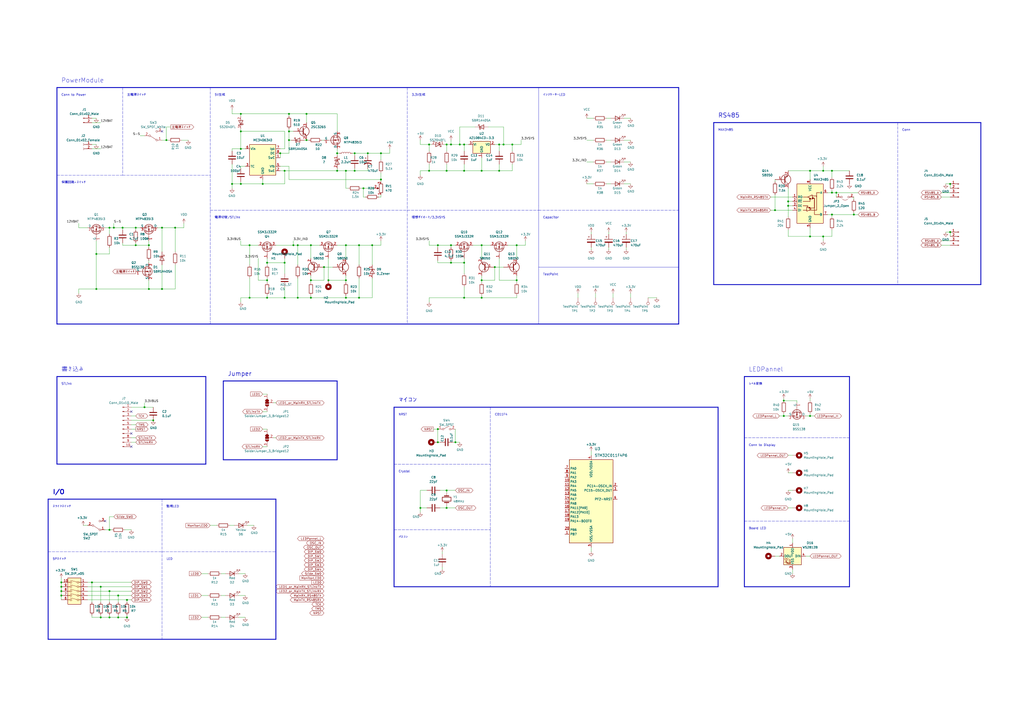
<source format=kicad_sch>
(kicad_sch (version 20211123) (generator eeschema)
  (paper "A2")
  (junction (at 73.66 358.14))
  (junction (at 180.34 172.72))
  (junction (at 71.12 132.08))
  (junction (at 35.56 337.82))
  (junction (at 259.08 294.64))
  (junction (at 299.72 162.56))
  (junction (at 200.66 142.24))
  (junction (at 297.18 83.82))
  (junction (at 78.74 132.08))
  (junction (at 482.6 124.46))
  (junction (at 279.4 172.72))
  (junction (at 495.3 124.46))
  (junction (at 172.72 142.24))
  (junction (at 167.64 66.04))
  (junction (at 269.24 83.82))
  (junction (at 205.74 88.9))
  (junction (at 289.56 99.06))
  (junction (at 261.62 142.24))
  (junction (at 213.36 88.9))
  (junction (at 101.6 132.08))
  (junction (at 165.1 99.06))
  (junction (at 172.72 172.72))
  (junction (at 53.34 337.82))
  (junction (at 454.66 232.41))
  (junction (at 165.1 152.4))
  (junction (at 66.04 132.08))
  (junction (at 35.56 345.44))
  (junction (at 220.98 104.14))
  (junction (at 86.36 142.24))
  (junction (at 259.08 83.82))
  (junction (at 55.88 147.32))
  (junction (at 83.82 236.22))
  (junction (at 215.9 142.24))
  (junction (at 482.6 99.06))
  (junction (at 144.78 172.72))
  (junction (at 259.08 284.48))
  (junction (at 205.74 99.06))
  (junction (at 162.56 88.9))
  (junction (at 195.58 88.9))
  (junction (at 93.98 132.08))
  (junction (at 68.58 358.14))
  (junction (at 195.58 99.06))
  (junction (at 248.92 99.06))
  (junction (at 139.7 86.36))
  (junction (at 454.66 241.3))
  (junction (at 259.08 99.06))
  (junction (at 261.62 83.82))
  (junction (at 469.9 99.06))
  (junction (at 477.52 137.16))
  (junction (at 154.94 172.72))
  (junction (at 469.9 241.3))
  (junction (at 165.1 172.72))
  (junction (at 266.7 83.82))
  (junction (at 208.28 172.72))
  (junction (at 269.24 99.06))
  (junction (at 190.5 162.56))
  (junction (at 243.84 294.64))
  (junction (at 154.94 162.56))
  (junction (at 261.62 152.4))
  (junction (at 551.18 106.68))
  (junction (at 154.94 152.4))
  (junction (at 58.42 358.14))
  (junction (at 63.5 307.34))
  (junction (at 63.5 358.14))
  (junction (at 86.36 167.64))
  (junction (at 35.56 342.9))
  (junction (at 177.8 81.28))
  (junction (at 299.72 142.24))
  (junction (at 63.5 342.9))
  (junction (at 220.98 88.9))
  (junction (at 269.24 172.72))
  (junction (at 449.58 121.92))
  (junction (at 254 142.24))
  (junction (at 58.42 340.36))
  (junction (at 187.96 154.94))
  (junction (at 264.16 256.54))
  (junction (at 292.1 83.82))
  (junction (at 477.52 99.06))
  (junction (at 457.2 119.38))
  (junction (at 63.5 132.08))
  (junction (at 152.4 106.68))
  (junction (at 200.66 162.56))
  (junction (at 485.14 111.76))
  (junction (at 35.56 340.36))
  (junction (at 134.62 106.68))
  (junction (at 180.34 162.56))
  (junction (at 469.9 137.16))
  (junction (at 457.2 116.84))
  (junction (at 139.7 106.68))
  (junction (at 287.02 154.94))
  (junction (at 208.28 142.24))
  (junction (at 289.56 83.82))
  (junction (at 139.7 66.04))
  (junction (at 248.92 83.82))
  (junction (at 144.78 142.24))
  (junction (at 73.66 347.98))
  (junction (at 210.82 109.22))
  (junction (at 78.74 142.24))
  (junction (at 68.58 345.44))
  (junction (at 88.9 243.84))
  (junction (at 93.98 167.64))
  (junction (at 279.4 99.06))
  (junction (at 167.64 81.28))
  (junction (at 482.6 111.76))
  (junction (at 55.88 167.64))
  (junction (at 200.66 99.06))
  (junction (at 254 248.92))
  (junction (at 254 256.54))
  (junction (at 551.18 134.62))
  (junction (at 139.7 76.2))
  (junction (at 96.52 81.28))
  (junction (at 177.8 66.04))
  (junction (at 170.18 142.24))
  (junction (at 279.4 162.56))
  (junction (at 279.4 142.24))
  (junction (at 167.64 76.2))
  (junction (at 269.24 152.4))
  (junction (at 200.66 172.72))
  (junction (at 180.34 142.24))
  (no_connect (at 93.98 76.2))
  (no_connect (at 60.96 302.26))
  (no_connect (at 76.2 251.46))
  (no_connect (at 76.2 238.76))
  (no_connect (at 76.2 259.08))
  (wire (pts (xy 187.96 162.56) (xy 187.96 154.94)))
  (wire (pts (xy 226.06 88.9) (xy 220.98 88.9)))
  (polyline (pts (xy 312.42 119.38) (xy 312.42 187.96)) (stroke (width 0) (type solid)))
  (polyline (pts (xy 236.22 121.92) (xy 312.42 121.92)))
  (wire (pts (xy 167.64 96.52) (xy 162.56 96.52)))
  (wire (pts (xy 254 256.54) (xy 255.27 256.54)))
  (wire (pts (xy 289.56 95.25) (xy 289.56 99.06)))
  (wire (pts (xy 53.34 358.14) (xy 53.34 356.87)))
  (wire (pts (xy 116.84 345.44) (xy 120.65 345.44)))
  (wire (pts (xy 266.7 73.66) (xy 266.7 83.82)))
  (wire (pts (xy 128.27 345.44) (xy 130.81 345.44)))
  (polyline (pts (xy 431.8 254) (xy 492.76 254)))
  (wire (pts (xy 53.34 358.14) (xy 58.42 358.14)))
  (wire (pts (xy 261.62 152.4) (xy 269.24 152.4)))
  (wire (pts (xy 243.84 81.28) (xy 243.84 83.82)))
  (wire (pts (xy 259.08 83.82) (xy 259.08 87.63)))
  (wire (pts (xy 76.2 256.54) (xy 78.74 256.54)))
  (wire (pts (xy 361.95 93.98) (xy 365.76 93.98)))
  (wire (pts (xy 167.64 66.04) (xy 167.64 67.31)))
  (wire (pts (xy 469.9 241.3) (xy 472.44 241.3)))
  (wire (pts (xy 279.4 99.06) (xy 289.56 99.06)))
  (wire (pts (xy 452.12 241.3) (xy 454.66 241.3)))
  (wire (pts (xy 158.75 233.68) (xy 160.02 233.68)))
  (wire (pts (xy 134.62 63.5) (xy 134.62 66.04)))
  (wire (pts (xy 187.96 154.94) (xy 193.04 154.94)))
  (polyline (pts (xy 228.6 340.36) (xy 416.56 340.36)) (stroke (width 0.5) (type solid)))
  (wire (pts (xy 226.06 86.36) (xy 226.06 88.9)))
  (wire (pts (xy 269.24 83.82) (xy 269.24 87.63)))
  (wire (pts (xy 200.66 142.24) (xy 208.28 142.24)))
  (wire (pts (xy 248.92 172.72) (xy 248.92 175.26)))
  (wire (pts (xy 58.42 358.14) (xy 58.42 356.87)))
  (polyline (pts (xy 393.7 50.8) (xy 393.7 187.96)) (stroke (width 0.5) (type solid)))
  (wire (pts (xy 243.84 294.64) (xy 243.84 297.18)))
  (wire (pts (xy 292.1 73.66) (xy 292.1 83.82)))
  (wire (pts (xy 254 152.4) (xy 261.62 152.4)))
  (wire (pts (xy 551.18 134.62) (xy 551.18 137.16)))
  (wire (pts (xy 361.95 106.68) (xy 365.76 106.68)))
  (polyline (pts (xy 71.12 50.8) (xy 71.12 101.6)))
  (wire (pts (xy 469.9 241.3) (xy 469.9 240.03)))
  (wire (pts (xy 165.1 149.86) (xy 165.1 152.4)))
  (wire (pts (xy 63.5 132.08) (xy 66.04 132.08)))
  (wire (pts (xy 297.18 83.82) (xy 297.18 87.63)))
  (wire (pts (xy 256.54 320.04) (xy 256.54 321.31)))
  (wire (pts (xy 55.88 167.64) (xy 45.72 167.64)))
  (wire (pts (xy 195.58 142.24) (xy 200.66 142.24)))
  (wire (pts (xy 482.6 111.76) (xy 485.14 111.76)))
  (wire (pts (xy 81.28 78.74) (xy 83.82 78.74)))
  (wire (pts (xy 261.62 151.13) (xy 261.62 152.4)))
  (wire (pts (xy 264.16 256.54) (xy 266.7 256.54)))
  (wire (pts (xy 139.7 106.68) (xy 152.4 106.68)))
  (wire (pts (xy 243.84 284.48) (xy 243.84 294.64)))
  (wire (pts (xy 283.21 73.66) (xy 292.1 73.66)))
  (wire (pts (xy 269.24 166.37) (xy 269.24 172.72)))
  (wire (pts (xy 167.64 104.14) (xy 167.64 96.52)))
  (polyline (pts (xy 27.94 289.56) (xy 160.02 289.56)) (stroke (width 0.5) (type solid)))
  (wire (pts (xy 482.6 124.46) (xy 495.3 124.46)))
  (wire (pts (xy 279.4 171.45) (xy 279.4 172.72)))
  (wire (pts (xy 299.72 171.45) (xy 299.72 172.72)))
  (wire (pts (xy 195.58 97.79) (xy 195.58 99.06)))
  (wire (pts (xy 86.36 167.64) (xy 93.98 167.64)))
  (polyline (pts (xy 312.42 154.94) (xy 393.7 154.94)) (stroke (width 0) (type solid)))
  (wire (pts (xy 152.4 238.76) (xy 154.94 238.76)))
  (wire (pts (xy 200.66 171.45) (xy 200.66 172.72)))
  (wire (pts (xy 299.72 160.02) (xy 299.72 162.56)))
  (wire (pts (xy 134.62 86.36) (xy 139.7 86.36)))
  (wire (pts (xy 53.34 83.82) (xy 55.88 83.82)))
  (wire (pts (xy 180.34 162.56) (xy 180.34 163.83)))
  (wire (pts (xy 116.84 332.74) (xy 120.65 332.74)))
  (wire (pts (xy 482.6 124.46) (xy 482.6 125.73)))
  (wire (pts (xy 172.72 172.72) (xy 180.34 172.72)))
  (wire (pts (xy 73.66 347.98) (xy 76.2 347.98)))
  (polyline (pts (xy 71.12 101.6) (xy 121.92 101.6)))
  (wire (pts (xy 259.08 284.48) (xy 259.08 285.75)))
  (wire (pts (xy 200.66 99.06) (xy 200.66 109.22)))
  (polyline (pts (xy 414.02 71.12) (xy 414.02 165.1)) (stroke (width 0.5) (type solid)))
  (wire (pts (xy 299.72 162.56) (xy 299.72 163.83)))
  (wire (pts (xy 243.84 83.82) (xy 248.92 83.82)))
  (wire (pts (xy 457.2 116.84) (xy 459.74 116.84)))
  (wire (pts (xy 167.64 81.28) (xy 168.91 81.28)))
  (wire (pts (xy 170.18 139.7) (xy 170.18 142.24)))
  (wire (pts (xy 86.36 162.56) (xy 86.36 167.64)))
  (wire (pts (xy 457.2 109.22) (xy 457.2 116.84)))
  (polyline (pts (xy 93.98 289.56) (xy 93.98 370.84)))
  (wire (pts (xy 351.79 68.58) (xy 354.33 68.58)))
  (wire (pts (xy 50.8 342.9) (xy 63.5 342.9)))
  (polyline (pts (xy 228.6 236.22) (xy 416.56 236.22)) (stroke (width 0.5) (type solid)))
  (wire (pts (xy 68.58 358.14) (xy 63.5 358.14)))
  (wire (pts (xy 96.52 81.28) (xy 97.79 81.28)))
  (wire (pts (xy 60.96 132.08) (xy 63.5 132.08)))
  (wire (pts (xy 449.58 113.03) (xy 449.58 121.92)))
  (wire (pts (xy 269.24 149.86) (xy 269.24 152.4)))
  (wire (pts (xy 177.8 71.12) (xy 177.8 66.04)))
  (wire (pts (xy 176.53 81.28) (xy 177.8 81.28)))
  (wire (pts (xy 482.6 137.16) (xy 477.52 137.16)))
  (wire (pts (xy 190.5 149.86) (xy 190.5 162.56)))
  (polyline (pts (xy 119.38 218.44) (xy 33.02 218.44)) (stroke (width 0.5) (type solid)))
  (wire (pts (xy 63.5 358.14) (xy 63.5 356.87)))
  (wire (pts (xy 213.36 99.06) (xy 213.36 97.79)))
  (wire (pts (xy 35.56 335.28) (xy 35.56 337.82)))
  (wire (pts (xy 76.2 243.84) (xy 88.9 243.84)))
  (wire (pts (xy 78.74 132.08) (xy 81.28 132.08)))
  (polyline (pts (xy 431.8 218.44) (xy 492.76 218.44)) (stroke (width 0.5) (type solid)))
  (wire (pts (xy 292.1 83.82) (xy 297.18 83.82)))
  (wire (pts (xy 154.94 153.67) (xy 154.94 152.4)))
  (wire (pts (xy 152.4 248.92) (xy 154.94 248.92)))
  (wire (pts (xy 259.08 99.06) (xy 248.92 99.06)))
  (wire (pts (xy 154.94 172.72) (xy 165.1 172.72)))
  (wire (pts (xy 279.4 172.72) (xy 299.72 172.72)))
  (wire (pts (xy 53.34 337.82) (xy 53.34 349.25)))
  (wire (pts (xy 35.56 342.9) (xy 35.56 345.44)))
  (wire (pts (xy 220.98 92.71) (xy 220.98 88.9)))
  (polyline (pts (xy 160.02 370.84) (xy 160.02 289.56)) (stroke (width 0.5) (type solid)))
  (wire (pts (xy 76.2 241.3) (xy 78.74 241.3)))
  (wire (pts (xy 121.92 304.8) (xy 125.73 304.8)))
  (wire (pts (xy 45.72 132.08) (xy 50.8 132.08)))
  (wire (pts (xy 287.02 154.94) (xy 292.1 154.94)))
  (wire (pts (xy 342.9 317.5) (xy 342.9 320.04)))
  (polyline (pts (xy 33.02 218.44) (xy 33.02 269.24)) (stroke (width 0.5) (type solid)))
  (wire (pts (xy 485.14 111.76) (xy 485.14 114.3)))
  (wire (pts (xy 78.74 140.97) (xy 78.74 142.24)))
  (polyline (pts (xy 27.94 320.04) (xy 93.98 320.04)))
  (wire (pts (xy 345.44 170.18) (xy 345.44 172.72)))
  (wire (pts (xy 180.34 160.02) (xy 180.34 162.56)))
  (wire (pts (xy 200.66 160.02) (xy 200.66 162.56)))
  (wire (pts (xy 195.58 88.9) (xy 195.58 90.17)))
  (wire (pts (xy 454.66 231.14) (xy 454.66 232.41)))
  (wire (pts (xy 139.7 142.24) (xy 144.78 142.24)))
  (wire (pts (xy 48.26 304.8) (xy 50.8 304.8)))
  (wire (pts (xy 551.18 134.62) (xy 548.64 134.62)))
  (wire (pts (xy 495.3 123.19) (xy 495.3 124.46)))
  (wire (pts (xy 35.56 345.44) (xy 35.56 347.98)))
  (wire (pts (xy 375.92 172.72) (xy 381 172.72)))
  (polyline (pts (xy 236.22 119.38) (xy 236.22 187.96)))
  (wire (pts (xy 66.04 299.72) (xy 63.5 299.72)))
  (wire (pts (xy 297.18 83.82) (xy 302.26 83.82)))
  (wire (pts (xy 83.82 236.22) (xy 88.9 236.22)))
  (wire (pts (xy 215.9 142.24) (xy 215.9 153.67)))
  (wire (pts (xy 457.2 99.06) (xy 469.9 99.06)))
  (wire (pts (xy 101.6 132.08) (xy 106.68 132.08)))
  (wire (pts (xy 340.36 68.58) (xy 344.17 68.58)))
  (wire (pts (xy 73.66 349.25) (xy 73.66 347.98)))
  (polyline (pts (xy 129.54 220.98) (xy 195.58 220.98)) (stroke (width 0.5) (type solid)))
  (wire (pts (xy 99.06 73.66) (xy 96.52 73.66)))
  (wire (pts (xy 353.06 134.62) (xy 353.06 135.89)))
  (polyline (pts (xy 416.56 340.36) (xy 416.56 236.22)) (stroke (width 0.5) (type solid)))
  (wire (pts (xy 220.98 139.7) (xy 220.98 142.24)))
  (polyline (pts (xy 520.7 71.12) (xy 520.7 165.1)))
  (wire (pts (xy 220.98 104.14) (xy 220.98 105.41)))
  (wire (pts (xy 78.74 132.08) (xy 78.74 133.35)))
  (wire (pts (xy 480.06 124.46) (xy 482.6 124.46)))
  (wire (pts (xy 55.88 139.7) (xy 55.88 147.32)))
  (wire (pts (xy 160.02 142.24) (xy 170.18 142.24)))
  (wire (pts (xy 261.62 142.24) (xy 264.16 142.24)))
  (wire (pts (xy 457.2 137.16) (xy 469.9 137.16)))
  (wire (pts (xy 269.24 152.4) (xy 269.24 158.75)))
  (wire (pts (xy 289.56 99.06) (xy 297.18 99.06)))
  (wire (pts (xy 71.12 140.97) (xy 71.12 142.24)))
  (wire (pts (xy 205.74 88.9) (xy 205.74 90.17)))
  (wire (pts (xy 71.12 142.24) (xy 78.74 142.24)))
  (wire (pts (xy 462.28 233.68) (xy 462.28 232.41)))
  (wire (pts (xy 93.98 132.08) (xy 93.98 146.05)))
  (wire (pts (xy 485.14 111.76) (xy 497.84 111.76)))
  (wire (pts (xy 269.24 83.82) (xy 271.78 83.82)))
  (wire (pts (xy 152.4 106.68) (xy 152.4 104.14)))
  (wire (pts (xy 213.36 88.9) (xy 213.36 90.17)))
  (wire (pts (xy 266.7 83.82) (xy 269.24 83.82)))
  (wire (pts (xy 139.7 96.52) (xy 139.7 97.79)))
  (wire (pts (xy 105.41 81.28) (xy 109.22 81.28)))
  (wire (pts (xy 215.9 142.24) (xy 220.98 142.24)))
  (wire (pts (xy 469.9 99.06) (xy 477.52 99.06)))
  (wire (pts (xy 351.79 93.98) (xy 354.33 93.98)))
  (wire (pts (xy 342.9 261.62) (xy 342.9 264.16)))
  (wire (pts (xy 66.04 129.54) (xy 66.04 132.08)))
  (wire (pts (xy 220.98 88.9) (xy 213.36 88.9)))
  (wire (pts (xy 73.66 358.14) (xy 68.58 358.14)))
  (polyline (pts (xy 121.92 50.8) (xy 121.92 101.6)))
  (wire (pts (xy 63.5 342.9) (xy 76.2 342.9)))
  (wire (pts (xy 177.8 81.28) (xy 179.07 81.28)))
  (wire (pts (xy 167.64 76.2) (xy 170.18 76.2)))
  (wire (pts (xy 76.2 236.22) (xy 83.82 236.22)))
  (wire (pts (xy 93.98 132.08) (xy 101.6 132.08)))
  (wire (pts (xy 459.74 330.2) (xy 459.74 332.74)))
  (wire (pts (xy 256.54 328.93) (xy 256.54 330.2)))
  (wire (pts (xy 180.34 142.24) (xy 180.34 149.86)))
  (wire (pts (xy 279.4 91.44) (xy 279.4 99.06)))
  (wire (pts (xy 457.2 264.16) (xy 459.74 264.16)))
  (wire (pts (xy 144.78 172.72) (xy 154.94 172.72)))
  (polyline (pts (xy 33.02 269.24) (xy 119.38 269.24)) (stroke (width 0.5) (type solid)))
  (wire (pts (xy 101.6 153.67) (xy 101.6 167.64)))
  (wire (pts (xy 254 142.24) (xy 254 143.51)))
  (wire (pts (xy 63.5 143.51) (xy 63.5 147.32)))
  (wire (pts (xy 457.2 133.35) (xy 457.2 137.16)))
  (wire (pts (xy 165.1 86.36) (xy 165.1 76.2)))
  (wire (pts (xy 259.08 294.64) (xy 264.16 294.64)))
  (wire (pts (xy 63.5 358.14) (xy 58.42 358.14)))
  (wire (pts (xy 200.66 99.06) (xy 205.74 99.06)))
  (wire (pts (xy 154.94 152.4) (xy 154.94 149.86)))
  (wire (pts (xy 289.56 83.82) (xy 292.1 83.82)))
  (polyline (pts (xy 393.7 187.96) (xy 33.02 187.96)) (stroke (width 0.5) (type solid)))
  (wire (pts (xy 170.18 142.24) (xy 172.72 142.24)))
  (wire (pts (xy 447.04 114.3) (xy 459.74 114.3)))
  (wire (pts (xy 76.2 248.92) (xy 78.74 248.92)))
  (wire (pts (xy 165.1 166.37) (xy 165.1 172.72)))
  (wire (pts (xy 361.95 81.28) (xy 365.76 81.28)))
  (wire (pts (xy 279.4 162.56) (xy 287.02 162.56)))
  (wire (pts (xy 259.08 83.82) (xy 261.62 83.82)))
  (wire (pts (xy 172.72 153.67) (xy 172.72 142.24)))
  (polyline (pts (xy 228.6 236.22) (xy 228.6 340.36)) (stroke (width 0.5) (type solid)))
  (wire (pts (xy 63.5 299.72) (xy 63.5 307.34)))
  (wire (pts (xy 68.58 345.44) (xy 68.58 349.25)))
  (wire (pts (xy 220.98 114.3) (xy 220.98 113.03)))
  (wire (pts (xy 128.27 358.14) (xy 130.81 358.14)))
  (polyline (pts (xy 312.42 119.38) (xy 312.42 50.8)) (stroke (width 0) (type solid)))
  (wire (pts (xy 248.92 142.24) (xy 254 142.24)))
  (wire (pts (xy 302.26 81.28) (xy 302.26 83.82)))
  (wire (pts (xy 289.56 83.82) (xy 289.56 87.63)))
  (wire (pts (xy 259.08 99.06) (xy 269.24 99.06)))
  (polyline (pts (xy 121.92 101.6) (xy 121.92 187.96)))
  (wire (pts (xy 53.34 337.82) (xy 76.2 337.82)))
  (wire (pts (xy 351.79 106.68) (xy 354.33 106.68)))
  (wire (pts (xy 279.4 160.02) (xy 279.4 162.56)))
  (wire (pts (xy 243.84 99.06) (xy 243.84 101.6)))
  (wire (pts (xy 353.06 143.51) (xy 353.06 144.78)))
  (wire (pts (xy 279.4 162.56) (xy 279.4 163.83)))
  (wire (pts (xy 177.8 66.04) (xy 195.58 66.04)))
  (wire (pts (xy 254 248.92) (xy 254 256.54)))
  (wire (pts (xy 144.78 142.24) (xy 149.86 142.24)))
  (wire (pts (xy 482.6 99.06) (xy 482.6 102.87)))
  (wire (pts (xy 45.72 129.54) (xy 45.72 132.08)))
  (wire (pts (xy 162.56 91.44) (xy 162.56 88.9)))
  (wire (pts (xy 180.34 172.72) (xy 200.66 172.72)))
  (polyline (pts (xy 236.22 50.8) (xy 236.22 119.38)))
  (wire (pts (xy 152.4 259.08) (xy 154.94 259.08)))
  (wire (pts (xy 96.52 73.66) (xy 96.52 81.28)))
  (wire (pts (xy 167.64 81.28) (xy 167.64 88.9)))
  (wire (pts (xy 454.66 241.3) (xy 457.2 241.3)))
  (wire (pts (xy 279.4 142.24) (xy 279.4 149.86)))
  (wire (pts (xy 220.98 100.33) (xy 220.98 104.14)))
  (wire (pts (xy 243.84 294.64) (xy 247.65 294.64)))
  (wire (pts (xy 449.58 322.58) (xy 452.12 322.58)))
  (wire (pts (xy 266.7 73.66) (xy 275.59 73.66)))
  (wire (pts (xy 289.56 162.56) (xy 299.72 162.56)))
  (wire (pts (xy 165.1 106.68) (xy 152.4 106.68)))
  (wire (pts (xy 462.28 232.41) (xy 454.66 232.41)))
  (wire (pts (xy 180.34 171.45) (xy 180.34 172.72)))
  (polyline (pts (xy 119.38 269.24) (xy 119.38 218.44)) (stroke (width 0.5) (type solid)))
  (wire (pts (xy 204.47 88.9) (xy 205.74 88.9)))
  (wire (pts (xy 172.72 142.24) (xy 180.34 142.24)))
  (wire (pts (xy 269.24 95.25) (xy 269.24 99.06)))
  (polyline (pts (xy 27.94 370.84) (xy 27.94 289.56)) (stroke (width 0.5) (type solid)))
  (wire (pts (xy 139.7 66.04) (xy 167.64 66.04)))
  (wire (pts (xy 287.02 162.56) (xy 287.02 154.94)))
  (wire (pts (xy 190.5 162.56) (xy 200.66 162.56)))
  (polyline (pts (xy 228.6 307.34) (xy 284.48 307.34)))
  (wire (pts (xy 297.18 95.25) (xy 297.18 99.06)))
  (wire (pts (xy 361.95 68.58) (xy 365.76 68.58)))
  (polyline (pts (xy 492.76 340.36) (xy 492.76 218.44)) (stroke (width 0.5) (type solid)))
  (wire (pts (xy 58.42 340.36) (xy 76.2 340.36)))
  (wire (pts (xy 551.18 111.76) (xy 546.1 111.76)))
  (polyline (pts (xy 431.8 218.44) (xy 431.8 340.36)) (stroke (width 0.5) (type solid)))
  (wire (pts (xy 138.43 345.44) (xy 142.24 345.44)))
  (wire (pts (xy 469.9 99.06) (xy 469.9 104.14)))
  (wire (pts (xy 76.2 246.38) (xy 78.74 246.38)))
  (polyline (pts (xy 414.02 165.1) (xy 568.96 165.1)) (stroke (width 0.5) (type solid)))
  (wire (pts (xy 299.72 142.24) (xy 304.8 142.24)))
  (wire (pts (xy 304.8 139.7) (xy 304.8 142.24)))
  (wire (pts (xy 50.8 347.98) (xy 73.66 347.98)))
  (wire (pts (xy 363.22 143.51) (xy 363.22 144.78)))
  (wire (pts (xy 215.9 161.29) (xy 215.9 172.72)))
  (wire (pts (xy 261.62 142.24) (xy 261.62 143.51)))
  (wire (pts (xy 154.94 172.72) (xy 154.94 171.45)))
  (wire (pts (xy 154.94 162.56) (xy 154.94 163.83)))
  (wire (pts (xy 551.18 139.7) (xy 546.1 139.7)))
  (wire (pts (xy 83.82 233.68) (xy 83.82 236.22)))
  (wire (pts (xy 259.08 293.37) (xy 259.08 294.64)))
  (wire (pts (xy 259.08 284.48) (xy 264.16 284.48)))
  (wire (pts (xy 264.16 256.54) (xy 262.89 256.54)))
  (wire (pts (xy 186.69 81.28) (xy 187.96 81.28)))
  (wire (pts (xy 208.28 142.24) (xy 215.9 142.24)))
  (wire (pts (xy 149.86 162.56) (xy 154.94 162.56)))
  (wire (pts (xy 134.62 106.68) (xy 134.62 109.22)))
  (wire (pts (xy 247.65 284.48) (xy 243.84 284.48)))
  (wire (pts (xy 149.86 149.86) (xy 149.86 162.56)))
  (wire (pts (xy 342.9 134.62) (xy 342.9 135.89)))
  (wire (pts (xy 152.4 228.6) (xy 154.94 228.6)))
  (wire (pts (xy 215.9 172.72) (xy 208.28 172.72)))
  (wire (pts (xy 71.12 132.08) (xy 71.12 133.35)))
  (wire (pts (xy 482.6 99.06) (xy 492.76 99.06)))
  (wire (pts (xy 172.72 161.29) (xy 172.72 172.72)))
  (wire (pts (xy 365.76 170.18) (xy 365.76 172.72)))
  (wire (pts (xy 185.42 142.24) (xy 180.34 142.24)))
  (wire (pts (xy 162.56 99.06) (xy 165.1 99.06)))
  (polyline (pts (xy 129.54 220.98) (xy 129.54 266.7)) (stroke (width 0.5) (type solid)))
  (wire (pts (xy 91.44 132.08) (xy 93.98 132.08)))
  (wire (pts (xy 467.36 322.58) (xy 469.9 322.58)))
  (polyline (pts (xy 228.6 269.24) (xy 284.48 269.24)))
  (wire (pts (xy 363.22 134.62) (xy 363.22 135.89)))
  (wire (pts (xy 50.8 337.82) (xy 53.34 337.82)))
  (wire (pts (xy 243.84 99.06) (xy 248.92 99.06)))
  (wire (pts (xy 269.24 99.06) (xy 279.4 99.06)))
  (polyline (pts (xy 93.98 320.04) (xy 160.02 320.04)))
  (wire (pts (xy 93.98 153.67) (xy 93.98 167.64)))
  (wire (pts (xy 208.28 161.29) (xy 208.28 172.72)))
  (wire (pts (xy 299.72 149.86) (xy 299.72 142.24)))
  (wire (pts (xy 144.78 142.24) (xy 144.78 153.67)))
  (wire (pts (xy 55.88 167.64) (xy 86.36 167.64)))
  (wire (pts (xy 289.56 149.86) (xy 289.56 162.56)))
  (wire (pts (xy 209.55 109.22) (xy 210.82 109.22)))
  (wire (pts (xy 134.62 106.68) (xy 139.7 106.68)))
  (wire (pts (xy 165.1 86.36) (xy 162.56 86.36)))
  (wire (pts (xy 477.52 99.06) (xy 477.52 96.52)))
  (wire (pts (xy 50.8 345.44) (xy 68.58 345.44)))
  (wire (pts (xy 495.3 114.3) (xy 495.3 115.57)))
  (wire (pts (xy 351.79 81.28) (xy 354.33 81.28)))
  (wire (pts (xy 76.2 254) (xy 78.74 254)))
  (wire (pts (xy 139.7 74.93) (xy 139.7 76.2)))
  (wire (pts (xy 340.36 93.98) (xy 344.17 93.98)))
  (wire (pts (xy 495.3 124.46) (xy 497.84 124.46)))
  (wire (pts (xy 167.64 66.04) (xy 177.8 66.04)))
  (wire (pts (xy 200.66 149.86) (xy 200.66 142.24)))
  (wire (pts (xy 342.9 143.51) (xy 342.9 144.78)))
  (wire (pts (xy 50.8 340.36) (xy 58.42 340.36)))
  (wire (pts (xy 55.88 147.32) (xy 55.88 167.64)))
  (wire (pts (xy 457.2 119.38) (xy 459.74 119.38)))
  (wire (pts (xy 116.84 358.14) (xy 120.65 358.14)))
  (polyline (pts (xy 431.8 340.36) (xy 492.76 340.36)) (stroke (width 0.5) (type solid)))
  (polyline (pts (xy 431.8 302.26) (xy 492.76 302.26)))
  (wire (pts (xy 477.52 99.06) (xy 482.6 99.06)))
  (polyline (pts (xy 312.42 121.92) (xy 393.7 121.92)))
  (wire (pts (xy 139.7 105.41) (xy 139.7 106.68)))
  (wire (pts (xy 195.58 99.06) (xy 200.66 99.06)))
  (wire (pts (xy 205.74 97.79) (xy 205.74 99.06)))
  (wire (pts (xy 165.1 99.06) (xy 165.1 106.68)))
  (wire (pts (xy 35.56 340.36) (xy 35.56 342.9)))
  (wire (pts (xy 205.74 88.9) (xy 213.36 88.9)))
  (wire (pts (xy 154.94 161.29) (xy 154.94 162.56)))
  (wire (pts (xy 200.66 162.56) (xy 200.66 163.83)))
  (wire (pts (xy 264.16 248.92) (xy 264.16 256.54)))
  (wire (pts (xy 93.98 167.64) (xy 101.6 167.64)))
  (wire (pts (xy 551.18 142.24) (xy 546.1 142.24)))
  (wire (pts (xy 294.64 142.24) (xy 299.72 142.24)))
  (wire (pts (xy 447.04 121.92) (xy 449.58 121.92)))
  (wire (pts (xy 134.62 66.04) (xy 139.7 66.04)))
  (wire (pts (xy 66.04 132.08) (xy 71.12 132.08)))
  (polyline (pts (xy 284.48 236.22) (xy 284.48 266.7)))
  (wire (pts (xy 134.62 87.63) (xy 134.62 86.36)))
  (wire (pts (xy 269.24 172.72) (xy 279.4 172.72)))
  (wire (pts (xy 68.58 345.44) (xy 76.2 345.44)))
  (wire (pts (xy 138.43 358.14) (xy 142.24 358.14)))
  (wire (pts (xy 139.7 86.36) (xy 142.24 86.36)))
  (wire (pts (xy 78.74 142.24) (xy 86.36 142.24)))
  (wire (pts (xy 167.64 74.93) (xy 167.64 76.2)))
  (wire (pts (xy 128.27 332.74) (xy 130.81 332.74)))
  (wire (pts (xy 551.18 106.68) (xy 548.64 106.68)))
  (wire (pts (xy 139.7 175.26) (xy 139.7 172.72)))
  (wire (pts (xy 210.82 114.3) (xy 212.09 114.3)))
  (wire (pts (xy 86.36 139.7) (xy 86.36 142.24)))
  (wire (pts (xy 165.1 172.72) (xy 172.72 172.72)))
  (wire (pts (xy 257.81 83.82) (xy 259.08 83.82)))
  (wire (pts (xy 457.2 119.38) (xy 457.2 125.73)))
  (wire (pts (xy 449.58 104.14) (xy 449.58 105.41)))
  (wire (pts (xy 139.7 76.2) (xy 139.7 86.36)))
  (wire (pts (xy 261.62 81.28) (xy 261.62 83.82)))
  (wire (pts (xy 167.64 76.2) (xy 167.64 81.28)))
  (wire (pts (xy 340.36 106.68) (xy 344.17 106.68)))
  (wire (pts (xy 143.51 304.8) (xy 147.32 304.8)))
  (wire (pts (xy 53.34 86.36) (xy 58.42 86.36)))
  (wire (pts (xy 53.34 71.12) (xy 58.42 71.12)))
  (wire (pts (xy 134.62 95.25) (xy 134.62 106.68)))
  (polyline (pts (xy 33.02 187.96) (xy 33.02 50.8)) (stroke (width 0.5) (type solid)))
  (wire (pts (xy 459.74 312.42) (xy 459.74 314.96)))
  (wire (pts (xy 482.6 133.35) (xy 482.6 137.16)))
  (polyline (pts (xy 284.48 266.7) (xy 284.48 307.34)))
  (wire (pts (xy 254 151.13) (xy 254 152.4)))
  (wire (pts (xy 139.7 172.72) (xy 144.78 172.72)))
  (wire (pts (xy 261.62 83.82) (xy 266.7 83.82)))
  (wire (pts (xy 248.92 83.82) (xy 250.19 83.82)))
  (wire (pts (xy 158.75 254) (xy 160.02 254)))
  (wire (pts (xy 63.5 307.34) (xy 64.77 307.34)))
  (wire (pts (xy 477.52 137.16) (xy 469.9 137.16)))
  (wire (pts (xy 457.2 116.84) (xy 457.2 119.38)))
  (wire (pts (xy 454.66 240.03) (xy 454.66 241.3)))
  (wire (pts (xy 477.52 137.16) (xy 477.52 139.7)))
  (polyline (pts (xy 129.54 266.7) (xy 195.58 266.7)) (stroke (width 0.5) (type solid)))
  (wire (pts (xy 58.42 340.36) (xy 58.42 349.25)))
  (wire (pts (xy 53.34 68.58) (xy 55.88 68.58)))
  (wire (pts (xy 72.39 307.34) (xy 76.2 307.34)))
  (wire (pts (xy 73.66 358.14) (xy 73.66 356.87)))
  (polyline (pts (xy 121.92 121.92) (xy 236.22 121.92)))
  (wire (pts (xy 144.78 161.29) (xy 144.78 172.72)))
  (wire (pts (xy 195.58 88.9) (xy 196.85 88.9)))
  (wire (pts (xy 255.27 284.48) (xy 259.08 284.48)))
  (wire (pts (xy 467.36 241.3) (xy 469.9 241.3)))
  (wire (pts (xy 63.5 349.25) (xy 63.5 342.9)))
  (wire (pts (xy 208.28 142.24) (xy 208.28 153.67)))
  (wire (pts (xy 180.34 162.56) (xy 187.96 162.56)))
  (wire (pts (xy 195.58 66.04) (xy 195.58 76.2)))
  (wire (pts (xy 208.28 172.72) (xy 200.66 172.72)))
  (wire (pts (xy 106.68 129.54) (xy 106.68 132.08)))
  (wire (pts (xy 259.08 95.25) (xy 259.08 99.06)))
  (polyline (pts (xy 27.94 370.84) (xy 160.02 370.84)) (stroke (width 0.5) (type solid)))
  (wire (pts (xy 219.71 114.3) (xy 220.98 114.3)))
  (wire (pts (xy 551.18 106.68) (xy 551.18 109.22)))
  (wire (pts (xy 284.48 142.24) (xy 279.4 142.24)))
  (wire (pts (xy 210.82 109.22) (xy 210.82 114.3)))
  (wire (pts (xy 248.92 172.72) (xy 269.24 172.72)))
  (polyline (pts (xy 568.96 71.12) (xy 414.02 71.12)) (stroke (width 0.5) (type solid)))
  (polyline (pts (xy 33.02 50.8) (xy 393.7 50.8)) (stroke (width 0.5) (type solid)))
  (wire (pts (xy 254 142.24) (xy 261.62 142.24)))
  (wire (pts (xy 139.7 66.04) (xy 139.7 67.31)))
  (wire (pts (xy 86.36 142.24) (xy 86.36 143.51)))
  (wire (pts (xy 210.82 109.22) (xy 217.17 109.22)))
  (wire (pts (xy 355.6 170.18) (xy 355.6 172.72)))
  (wire (pts (xy 287.02 83.82) (xy 289.56 83.82)))
  (wire (pts (xy 165.1 76.2) (xy 139.7 76.2)))
  (wire (pts (xy 469.9 132.08) (xy 469.9 137.16)))
  (wire (pts (xy 68.58 358.14) (xy 68.58 356.87)))
  (wire (pts (xy 480.06 111.76) (xy 482.6 111.76)))
  (wire (pts (xy 167.64 104.14) (xy 220.98 104.14)))
  (wire (pts (xy 201.93 109.22) (xy 200.66 109.22)))
  (wire (pts (xy 93.98 81.28) (xy 96.52 81.28)))
  (wire (pts (xy 248.92 83.82) (xy 248.92 87.63)))
  (wire (pts (xy 86.36 151.13) (xy 86.36 152.4)))
  (wire (pts (xy 139.7 96.52) (xy 142.24 96.52)))
  (wire (pts (xy 139.7 139.7) (xy 139.7 142.24)))
  (wire (pts (xy 60.96 307.34) (xy 63.5 307.34)))
  (wire (pts (xy 167.64 88.9) (xy 162.56 88.9)))
  (wire (pts (xy 71.12 132.08) (xy 78.74 132.08)))
  (wire (pts (xy 482.6 110.49) (xy 482.6 111.76)))
  (wire (pts (xy 335.28 170.18) (xy 335.28 172.72)))
  (wire (pts (xy 457.2 274.32) (xy 459.74 274.32)))
  (wire (pts (xy 63.5 132.08) (xy 63.5 135.89)))
  (wire (pts (xy 45.72 167.64) (xy 45.72 170.18)))
  (wire (pts (xy 165.1 158.75) (xy 165.1 152.4)))
  (wire (pts (xy 449.58 121.92) (xy 459.74 121.92)))
  (wire (pts (xy 138.43 332.74) (xy 142.24 332.74)))
  (wire (pts (xy 274.32 142.24) (xy 279.4 142.24)))
  (wire (pts (xy 457.2 294.64) (xy 459.74 294.64)))
  (wire (pts (xy 457.2 284.48) (xy 459.74 284.48)))
  (wire (pts (xy 154.94 152.4) (xy 165.1 152.4)))
  (wire (pts (xy 205.74 99.06) (xy 213.36 99.06)))
  (wire (pts (xy 133.35 304.8) (xy 135.89 304.8)))
  (wire (pts (xy 255.27 294.64) (xy 259.08 294.64)))
  (polyline (pts (xy 195.58 266.7) (xy 195.58 220.98)) (stroke (width 0.5) (type solid)))
  (wire (pts (xy 248.92 139.7) (xy 248.92 142.24)))
  (wire (pts (xy 195.58 86.36) (xy 195.58 88.9)))
  (wire (pts (xy 63.5 147.32) (xy 55.88 147.32)))
  (wire (pts (xy 340.36 81.28) (xy 344.17 81.28)))
  (wire (pts (xy 101.6 132.08) (xy 101.6 146.05)))
  (wire (pts (xy 469.9 231.14) (xy 469.9 232.41)))
  (wire (pts (xy 251.46 248.92) (xy 254 248.92)))
  (polyline (pts (xy 284.48 307.34) (xy 284.48 340.36)))
  (wire (pts (xy 165.1 99.06) (xy 195.58 99.06)))
  (wire (pts (xy 35.56 337.82) (xy 35.56 340.36)))
  (polyline (pts (xy 33.02 101.6) (xy 71.12 101.6)))
  (polyline (pts (xy 568.96 165.1) (xy 568.96 71.12)) (stroke (width 0.5) (type solid)))
  (wire (pts (xy 248.92 99.06) (xy 248.92 95.25)))
  (wire (pts (xy 551.18 114.3) (xy 546.1 114.3)))
  (text "書き込み" (at 35.56 215.9 0) (effects (font (size 2.54 2.54)) (justify left bottom)))
  (text "理想ダイオード/3.3VSYS" (at 238.76 127 0) (effects (font (size 1.27 1.27)) (justify left bottom)))
  (text "RS485" (at 416.56 68.58 0) (effects (font (size 2.54 2.54) (thickness 0.254) bold) (justify left bottom)))
  (text "5Pスイッチ" (at 30.48 325.12 0) (effects (font (size 1.27 1.27)) (justify left bottom)))
  (text "TestPoint" (at 314.96 160.02 0) (effects (font (size 1.27 1.27)) (justify left bottom)))
  (text "5V生成" (at 124.46 55.88 0) (effects (font (size 1.27 1.27)) (justify left bottom)))
  (text "STLink" (at 35.56 223.52 0) (effects (font (size 1.27 1.27)) (justify left bottom)))
  (text "LEDPannel" (at 434.34 215.9 0) (effects (font (size 2.54 2.54)) (justify left bottom)))
  (text "電源切替/STLink" (at 124.46 127 0) (effects (font (size 1.27 1.27)) (justify left bottom)))
  (text "マイコン" (at 231.14 233.68 0) (effects (font (size 2.54 2.54) (thickness 0.254) bold) (justify left bottom)))
  (text "PowerModule" (at 35.56 48.26 0) (effects (font (size 2.54 2.54)) (justify left bottom)))
  (text "Board LED" (at 434.34 307.34 0) (effects (font (size 1.27 1.27)) (justify left bottom)))
  (text "C011F4" (at 287.02 241.3 0) (effects (font (size 1.27 1.27)) (justify left bottom)))
  (text "LED" (at 96.52 325.12 0) (effects (font (size 1.27 1.27)) (justify left bottom)))
  (text "Conn to Power" (at 35.56 55.88 0) (effects (font (size 1.27 1.27)) (justify left bottom)))
  (text "Capacitor" (at 314.96 127 0) (effects (font (size 1.27 1.27)) (justify left bottom)))
  (text "パスコン" (at 231.14 312.42 0) (effects (font (size 1.27 1.27)) (justify left bottom)))
  (text "Conn to Display" (at 434.34 259.08 0) (effects (font (size 1.27 1.27)) (justify left bottom)))
  (text "NRST" (at 231.14 241.3 0) (effects (font (size 1.27 1.27)) (justify left bottom)))
  (text "Jumper" (at 132.08 218.44 0) (effects (font (size 2.54 2.54) (thickness 0.254) bold) (justify left bottom)))
  (text "3.3V生成" (at 238.76 55.88 0) (effects (font (size 1.27 1.27)) (justify left bottom)))
  (text "監視LED" (at 96.52 294.64 0) (effects (font (size 1.27 1.27)) (justify left bottom)))
  (text "MAX3485" (at 416.56 76.2 0) (effects (font (size 1.27 1.27)) (justify left bottom)))
  (text "Conn" (at 523.24 76.2 0) (effects (font (size 1.27 1.27)) (justify left bottom)))
  (text "レベル変換" (at 434.34 223.52 0) (effects (font (size 1.27 1.27)) (justify left bottom)))
  (text "保護回路・スイッチ" (at 35.56 106.68 0) (effects (font (size 1.27 1.27)) (justify left bottom)))
  (text "主電源スイッチ" (at 73.66 55.88 0) (effects (font (size 1.27 1.27)) (justify left bottom)))
  (text "スライドスイッチ" (at 30.48 294.64 0) (effects (font (size 1.27 1.27)) (justify left bottom)))
  (text "インジケーターLED" (at 314.96 55.88 0) (effects (font (size 1.27 1.27)) (justify left bottom)))
  (text "Crystal" (at 231.14 274.32 0) (effects (font (size 1.27 1.27)) (justify left bottom)))
  (text "I/O" (at 30.48 287.02 0) (effects (font (size 2.54 2.54) (thickness 0.508) bold) (justify left bottom)))
  (label "12VBAT" (at 58.42 86.36 0))
  (label "12VBAT" (at 58.42 71.12 0))
  (label "3.3V_IND" (at 340.36 93.98 180))
  (label "S-S" (at 66.04 129.54 0))
  (label "3.3VBUS" (at 139.7 139.7 180))
  (label "12VBAT" (at 45.72 129.54 180))
  (label "3.3VSYS" (at 340.36 81.28 180))
  (label "3.3V_IND" (at 170.18 139.7 0))
  (label "3.3VBUS" (at 83.82 233.68 0))
  (label "S-S" (at 81.28 78.74 180))
  (label "3.3VSYS" (at 302.26 81.28 0))
  (label "3.3VSYS" (at 248.92 139.7 180))
  (label "3.3VSYS" (at 149.86 149.86 180))
  (global_label "RS485_A" (shape bidirectional) (at 546.1 139.7 180) (property "Intersheet References" "${INTERSHEET_REFS}" (effects hide)))
  (global_label "LED1_or_MainRX_STLinkTX" (shape bidirectional) (at 187.96 340.36 180) (property "Intersheet References" "${INTERSHEET_REFS}" (effects hide)))
  (global_label "TMS" (shape bidirectional) (at 78.74 246.38 0) (property "Intersheet References" "${INTERSHEET_REFS}" (effects hide)))
  (global_label "LED2_or_MainTX_STLinkRX" (shape bidirectional) (at 187.96 342.9 180) (property "Intersheet References" "${INTERSHEET_REFS}" (effects hide)))
  (global_label "DIP_SW1" (shape bidirectional) (at 187.96 322.58 180) (property "Intersheet References" "${INTERSHEET_REFS}" (effects hide)))
  (global_label "MainRX_RS485TX" (shape bidirectional) (at 447.04 114.3 180) (property "Intersheet References" "${INTERSHEET_REFS}" (effects hide)))
  (global_label "RS485_A" (shape bidirectional) (at 497.84 111.76 0) (property "Intersheet References" "${INTERSHEET_REFS}" (effects hide)))
  (global_label "LED2" (shape input) (at 116.84 358.14 180) (property "Intersheet References" "${INTERSHEET_REFS}" (effects hide)))
  (global_label "MainTX_RS485RX" (shape bidirectional) (at 187.96 347.98 180) (property "Intersheet References" "${INTERSHEET_REFS}" (effects hide)))
  (global_label "MonitorLED0" (shape input) (at 187.96 335.28 180) (property "Intersheet References" "${INTERSHEET_REFS}" (effects hide)))
  (global_label "LED0" (shape input) (at 187.96 337.82 180) (property "Intersheet References" "${INTERSHEET_REFS}" (effects hide)))
  (global_label "LEDPannel_OUT" (shape bidirectional) (at 469.9 322.58 0) (property "Intersheet References" "${INTERSHEET_REFS}" (effects hide)))
  (global_label "LEDPannel_L" (shape bidirectional) (at 452.12 241.3 180) (property "Intersheet References" "${INTERSHEET_REFS}" (effects hide)))
  (global_label "DIP_SW4" (shape bidirectional) (at 76.2 347.98 0) (property "Intersheet References" "${INTERSHEET_REFS}" (effects hide)))
  (global_label "RS485_B" (shape bidirectional) (at 546.1 114.3 180) (property "Intersheet References" "${INTERSHEET_REFS}" (effects hide)))
  (global_label "MainTX_RS485RX" (shape bidirectional) (at 447.04 121.92 180) (property "Intersheet References" "${INTERSHEET_REFS}" (effects hide)))
  (global_label "DIP_SW2" (shape bidirectional) (at 76.2 342.9 0) (property "Intersheet References" "${INTERSHEET_REFS}" (effects hide)))
  (global_label "OSC_IN" (shape bidirectional) (at 264.16 284.48 0) (property "Intersheet References" "${INTERSHEET_REFS}" (effects hide)))
  (global_label "OSC_IN" (shape bidirectional) (at 187.96 314.96 180) (property "Intersheet References" "${INTERSHEET_REFS}" (effects hide)))
  (global_label "主電源スイッチ" (shape output) (at 78.74 157.48 180) (property "Intersheet References" "${INTERSHEET_REFS}" (effects hide)))
  (global_label "OSC_OUT" (shape bidirectional) (at 187.96 317.5 180) (property "Intersheet References" "${INTERSHEET_REFS}" (effects hide)))
  (global_label "LEDPannel_H" (shape bidirectional) (at 457.2 294.64 180) (property "Intersheet References" "${INTERSHEET_REFS}" (effects hide)))
  (global_label "STLinkTX" (shape bidirectional) (at 78.74 254 0) (property "Intersheet References" "${INTERSHEET_REFS}" (effects hide)))
  (global_label "OSC_OUT" (shape bidirectional) (at 264.16 294.64 0) (property "Intersheet References" "${INTERSHEET_REFS}" (effects hide)))
  (global_label "LEDPannel_L" (shape bidirectional) (at 187.96 312.42 180) (property "Intersheet References" "${INTERSHEET_REFS}" (effects hide)))
  (global_label "STLinkTX" (shape bidirectional) (at 152.4 238.76 180) (property "Intersheet References" "${INTERSHEET_REFS}" (effects hide)))
  (global_label "LEDPannel_H" (shape bidirectional) (at 472.44 241.3 0) (property "Intersheet References" "${INTERSHEET_REFS}" (effects hide)))
  (global_label "LED0" (shape input) (at 116.84 332.74 180) (property "Intersheet References" "${INTERSHEET_REFS}" (effects hide)))
  (global_label "DIP_SW0" (shape bidirectional) (at 187.96 320.04 180) (property "Intersheet References" "${INTERSHEET_REFS}" (effects hide)))
  (global_label "MainRX_RS485TX" (shape bidirectional) (at 187.96 345.44 180) (property "Intersheet References" "${INTERSHEET_REFS}" (effects hide)))
  (global_label "STLinkRX" (shape bidirectional) (at 78.74 256.54 0) (property "Intersheet References" "${INTERSHEET_REFS}" (effects hide)))
  (global_label "NRST" (shape output) (at 78.74 248.92 0) (property "Intersheet References" "${INTERSHEET_REFS}" (effects hide)))
  (global_label "NRST" (shape output) (at 251.46 248.92 180) (property "Intersheet References" "${INTERSHEET_REFS}" (effects hide)))
  (global_label "LED2" (shape input) (at 152.4 248.92 180) (property "Intersheet References" "${INTERSHEET_REFS}" (effects hide)))
  (global_label "LED1" (shape input) (at 116.84 345.44 180) (property "Intersheet References" "${INTERSHEET_REFS}" (effects hide)))
  (global_label "LED1_or_MainRX_STLinkTX" (shape bidirectional) (at 160.02 233.68 0) (property "Intersheet References" "${INTERSHEET_REFS}" (effects hide)))
  (global_label "LED1" (shape input) (at 152.4 228.6 180) (property "Intersheet References" "${INTERSHEET_REFS}" (effects hide)))
  (global_label "DIP_SW4" (shape bidirectional) (at 187.96 330.2 180) (property "Intersheet References" "${INTERSHEET_REFS}" (effects hide)))
  (global_label "RS485_B" (shape bidirectional) (at 546.1 142.24 180) (property "Intersheet References" "${INTERSHEET_REFS}" (effects hide)))
  (global_label "LED2_or_MainTX_STLinkRX" (shape bidirectional) (at 160.02 254 0) (property "Intersheet References" "${INTERSHEET_REFS}" (effects hide)))
  (global_label "主電源スイッチ" (shape output) (at 99.06 73.66 0) (property "Intersheet References" "${INTERSHEET_REFS}" (effects hide)))
  (global_label "STLinkRX" (shape bidirectional) (at 152.4 259.08 180) (property "Intersheet References" "${INTERSHEET_REFS}" (effects hide)))
  (global_label "TCK" (shape bidirectional) (at 187.96 350.52 180) (property "Intersheet References" "${INTERSHEET_REFS}" (effects hide)))
  (global_label "DIP_SW3" (shape bidirectional) (at 187.96 327.66 180) (property "Intersheet References" "${INTERSHEET_REFS}" (effects hide)))
  (global_label "LEDPannel_OUT" (shape bidirectional) (at 457.2 264.16 180) (property "Intersheet References" "${INTERSHEET_REFS}" (effects hide)))
  (global_label "DIP_SW0" (shape bidirectional) (at 76.2 337.82 0) (property "Intersheet References" "${INTERSHEET_REFS}" (effects hide)))
  (global_label "TMS" (shape bidirectional) (at 187.96 353.06 180) (property "Intersheet References" "${INTERSHEET_REFS}" (effects hide)))
  (global_label "DIP_SW2" (shape bidirectional) (at 187.96 325.12 180) (property "Intersheet References" "${INTERSHEET_REFS}" (effects hide)))
  (global_label "NRST" (shape bidirectional) (at 187.96 355.6 180) (property "Intersheet References" "${INTERSHEET_REFS}" (effects hide)))
  (global_label "Slide_SW0" (shape bidirectional) (at 66.04 299.72 0) (property "Intersheet References" "${INTERSHEET_REFS}" (effects hide)))
  (global_label "RS485_B" (shape bidirectional) (at 497.84 124.46 0) (property "Intersheet References" "${INTERSHEET_REFS}" (effects hide)))
  (global_label "DIP_SW3" (shape bidirectional) (at 76.2 345.44 0) (property "Intersheet References" "${INTERSHEET_REFS}" (effects hide)))
  (global_label "Slide_SW0" (shape bidirectional) (at 187.96 332.74 180) (property "Intersheet References" "${INTERSHEET_REFS}" (effects hide)))
  (global_label "TCK" (shape bidirectional) (at 78.74 241.3 0) (property "Intersheet References" "${INTERSHEET_REFS}" (effects hide)))
  (global_label "MonitorLED0" (shape input) (at 121.92 304.8 180) (property "Intersheet References" "${INTERSHEET_REFS}" (effects hide)))
  (global_label "DIP_SW1" (shape bidirectional) (at 76.2 340.36 0) (property "Intersheet References" "${INTERSHEET_REFS}" (effects hide)))
  (global_label "RS485_A" (shape bidirectional) (at 546.1 111.76 180) (property "Intersheet References" "${INTERSHEET_REFS}" (effects hide)))
  (symbol (lib_id "Device:C") (at 289.56 91.44 0) (mirror y) (unit 1)
    (property "Reference" "C14" (at 285.75 90.1699 0) (effects (justify left)))
    (property "Value" "1uF" (at 285.75 92.7099 0) (effects (justify left)))
    (property "Footprint" "Capacitor_SMD:C_0402_1005Metric" (effects hide))
  )
  (symbol (lib_id "Device:R") (at 279.4 167.64 180) (unit 1)
    (property "Reference" "R32" (at 281.94 166.3699 0) (effects (justify right)))
    (property "Value" "10k" (at 281.94 168.9099 0) (effects (justify right)))
    (property "Footprint" "Resistor_SMD:R_0402_1005Metric" (effects hide))
  )
  (symbol (lib_id "power:+3.3V") (at 220.98 139.7 0) (unit 1)
    (property "Reference" "#PWR018" (effects hide))
    (property "Value" "+3.3V" (at 220.98 135.89 0))
  )
  (symbol (lib_id "power:GND") (at 142.24 358.14 0) (mirror y) (unit 1)
    (property "Reference" "#PWR016" (effects hide))
    (property "Value" "GND" (at 142.4305 362.4707 0))
  )
  (symbol (lib_id "power:VDD") (at 342.9 134.62 0) (unit 1)
    (property "Reference" "#PWR032" (effects hide))
    (property "Value" "VDD" (at 342.9 130.81 0))
  )
  (symbol (lib_id "Device:R") (at 172.72 157.48 180) (unit 1)
    (property "Reference" "R20" (at 175.26 156.2099 0) (effects (justify right)))
    (property "Value" "10k" (at 175.26 158.7499 0) (effects (justify right)))
    (property "Footprint" "Resistor_SMD:R_0402_1005Metric" (effects hide))
  )
  (symbol (lib_id "power:GND") (at 381 172.72 0) (unit 1)
    (property "Reference" "#PWR047" (effects hide))
    (property "Value" "GND" (at 381 177.8 0))
  )
  (symbol (lib_id "Device:R") (at 208.28 157.48 180) (unit 1)
    (property "Reference" "R25" (at 210.82 156.2099 0) (effects (justify right)))
    (property "Value" "10k" (at 210.82 158.7499 0) (effects (justify right)))
    (property "Footprint" "Resistor_SMD:R_0402_1005Metric" (effects hide))
  )
  (symbol (lib_id "Device:LED") (at 134.62 332.74 180) (unit 1)
    (property "Reference" "D2" (at 134.62 337.82 0))
    (property "Value" "Red" (at 134.62 335.28 0))
    (property "Footprint" "LED_SMD:LED_0603_1608Metric_Pad1.05x0.95mm_HandSolder" (effects hide))
  )
  (symbol (lib_id "Device:D_Zener") (at 215.9 157.48 270) (unit 1)
    (property "Reference" "D9" (at 218.44 156.2099 90) (effects (justify left)))
    (property "Value" "D_Zener" (at 218.44 158.7499 90) (effects (justify left)))
    (property "Footprint" "Diode_SMD:D_SOD-323_HandSoldering" (effects hide))
  )
  (symbol (lib_id "power:GND") (at 142.24 345.44 0) (mirror y) (unit 1)
    (property "Reference" "#PWR015" (effects hide))
    (property "Value" "GND" (at 142.4305 349.7707 0))
  )
  (symbol (lib_id "power:GND") (at 134.62 109.22 0) (mirror y) (unit 1)
    (property "Reference" "#PWR012" (effects hide))
    (property "Value" "GND" (at 134.493 113.6142 0))
  )
  (symbol (lib_id "Regulator_Linear:AMS1117CD-3.3") (at 279.4 83.82 0) (unit 1)
    (property "Reference" "U2" (at 279.4 77.47 0))
    (property "Value" "AZ1084CD-3.3" (at 279.4 80.01 0))
    (property "Footprint" "Package_TO_SOT_SMD:TO-252-3_TabPin2" (effects hide))
    (property "Datasheet" "http://www.advanced-monolithic.com/pdf/ds1117.pdf" (effects hide))
  )
  (symbol (lib_id "power:GND") (at 73.66 358.14 0) (unit 1)
    (property "Reference" "#PWR06" (effects hide))
    (property "Value" "GND" (at 73.66 363.22 0))
  )
  (symbol (lib_id "power:VCC") (at 261.62 81.28 0) (mirror y) (unit 1)
    (property "Reference" "#PWR026" (effects hide))
    (property "Value" "VCC" (at 261.62 76.2 0))
  )
  (symbol (lib_id "Connector:Conn_01x04_Male") (at 556.26 109.22 0) (mirror y) (unit 1)
    (property "Reference" "J4" (at 535.94 99.06 0) (effects (justify right)))
    (property "Value" "Conn_01x04_Male" (at 535.94 101.6 0) (effects (justify right)))
    (property "Footprint" "Connector_Molex:Molex_SPOX_5268-04A_1x04_P2.50mm_Horizontal" (effects hide))
  )
  (symbol (lib_id "power:+5V") (at 345.44 170.18 0) (mirror y) (unit 1)
    (property "Reference" "#PWR036" (effects hide))
    (property "Value" "+5V" (at 345.44 166.37 0))
  )
  (symbol (lib_id "Device:Q_PMOS_GDS") (at 86.36 134.62 270) (mirror x) (unit 1)
    (property "Reference" "Q3" (at 83.82 124.46 90))
    (property "Value" "MTP4835I3" (at 83.82 127 90))
    (property "Footprint" "Package_TO_SOT_SMD:TO-252-3_TabPin2" (effects hide))
  )
  (symbol (lib_id "LED:WS2812B") (at 459.74 322.58 0) (mirror y) (unit 1)
    (property "Reference" "D16" (at 469.9 314.96 0))
    (property "Value" "WS2812B" (at 469.9 317.5 0))
    (property "Footprint" "LED_SMD:LED_WS2812B_PLCC4_5.0x5.0mm_P3.2mm" (effects hide))
    (property "Datasheet" "https://cdn-shop.adafruit.com/datasheets/WS2812B.pdf" (effects hide))
  )
  (symbol (lib_id "Device:C") (at 139.7 101.6 0) (mirror x) (unit 1)
    (property "Reference" "C4" (at 139.7 96.52 0) (effects (justify right)))
    (property "Value" "100pF" (at 139.7 99.06 0) (effects (justify right)))
    (property "Footprint" "Capacitor_SMD:C_0603_1608Metric" (effects hide))
  )
  (symbol (lib_id "Device:R") (at 63.5 139.7 0) (unit 1)
    (property "Reference" "R3" (at 66.04 138.4299 0) (effects (justify left)))
    (property "Value" "10k" (at 66.04 140.9699 0) (effects (justify left)))
    (property "Footprint" "Resistor_SMD:R_0402_1005Metric" (effects hide))
  )
  (symbol (lib_id "Device:R") (at 154.94 167.64 0) (mirror y) (unit 1)
    (property "Reference" "R18" (at 157.48 167.64 0))
    (property "Value" "1k" (at 157.48 170.18 0))
    (property "Footprint" "Resistor_SMD:R_0402_1005Metric" (effects hide))
  )
  (symbol (lib_id "Device:R") (at 261.62 147.32 0) (unit 1)
    (property "Reference" "R30" (at 264.16 146.0499 0) (effects (justify left)))
    (property "Value" "100k" (at 264.16 148.5899 0) (effects (justify left)))
    (property "Footprint" "Resistor_SMD:R_0402_1005Metric" (effects hide))
  )
  (symbol (lib_id "power:+3.3V") (at 340.36 106.68 0) (unit 1)
    (property "Reference" "#PWR031" (effects hide))
    (property "Value" "+3.3V" (at 340.36 102.87 0))
  )
  (symbol (lib_id "Device:R") (at 167.64 71.12 0) (unit 1)
    (property "Reference" "R19" (at 170.18 69.8499 0) (effects (justify left)))
    (property "Value" "510" (at 170.18 72.3899 0) (effects (justify left)))
    (property "Footprint" "Resistor_SMD:R_0402_1005Metric" (effects hide))
  )
  (symbol (lib_id "Jumper:Jumper_2_Open") (at 490.22 114.3 0) (mirror x) (unit 1)
    (property "Reference" "JP3" (at 485.14 116.84 0))
    (property "Value" "Jumper_2_Open" (at 485.14 119.38 0))
    (property "Footprint" "Connector_PinHeader_2.54mm:PinHeader_1x02_P2.54mm_Vertical" (effects hide))
  )
  (symbol (lib_id "power:GND") (at 76.2 307.34 0) (mirror y) (unit 1)
    (property "Reference" "#PWR07" (effects hide))
    (property "Value" "GND" (at 76.073 311.7342 0))
  )
  (symbol (lib_id "Device:Q_PNP_BEC") (at 454.66 104.14 0) (mirror x) (unit 1)
    (property "Reference" "Q14" (at 441.96 99.06 0) (effects (justify left)))
    (property "Value" "S8050" (at 441.96 101.6 0) (effects (justify left)))
    (property "Footprint" "Package_TO_SOT_SMD:SOT-23" (effects hide))
  )
  (symbol (lib_id "power:+5V") (at 469.9 231.14 0) (unit 1)
    (property "Reference" "#PWR053" (effects hide))
    (property "Value" "+5V" (at 469.9 227.33 0))
  )
  (symbol (lib_id "Device:R") (at 220.98 96.52 180) (unit 1)
    (property "Reference" "R27" (at 223.52 95.2499 0) (effects (justify right)))
    (property "Value" "5.1k" (at 223.52 97.7899 0) (effects (justify right)))
    (property "Footprint" "Resistor_SMD:R_0603_1608Metric" (effects hide))
  )
  (symbol (lib_id "Device:R") (at 68.58 307.34 90) (mirror x) (unit 1)
    (property "Reference" "R5" (at 67.4116 309.118 0) (effects (justify left)))
    (property "Value" "10k" (at 69.723 309.118 0) (effects (justify left)))
    (property "Footprint" "Resistor_SMD:R_0402_1005Metric" (effects hide))
  )
  (symbol (lib_id "Device:R") (at 180.34 167.64 180) (unit 1)
    (property "Reference" "R21" (at 182.88 166.3699 0) (effects (justify right)))
    (property "Value" "10k" (at 182.88 168.9099 0) (effects (justify right)))
    (property "Footprint" "Resistor_SMD:R_0402_1005Metric" (effects hide))
  )
  (symbol (lib_id "Device:R") (at 495.3 119.38 0) (unit 1)
    (property "Reference" "R45" (at 497.84 118.1099 0) (effects (justify left)))
    (property "Value" "120" (at 497.84 120.6499 0) (effects (justify left)))
    (property "Footprint" "Resistor_SMD:R_0402_1005Metric" (effects hide))
  )
  (symbol (lib_id "Device:C") (at 205.74 93.98 0) (unit 1)
    (property "Reference" "C6" (at 208.28 91.44 0) (effects (justify left)))
    (property "Value" "10uF" (at 208.28 93.98 0) (effects (justify left)))
    (property "Footprint" "Capacitor_SMD:C_0805_2012Metric_Pad1.18x1.45mm_HandSolder" (effects hide))
  )
  (symbol (lib_id "power:VCC") (at 355.6 170.18 0) (mirror y) (unit 1)
    (property "Reference" "#PWR039" (effects hide))
    (property "Value" "VCC" (at 355.6 165.1 0))
  )
  (symbol (lib_id "Device:Crystal") (at 259.08 289.56 90) (unit 1)
    (property "Reference" "Y1" (at 262.89 288.2899 90) (effects (justify right)))
    (property "Value" "48MHz" (at 262.89 290.8299 90) (effects (justify right)))
    (property "Footprint" "Crystal:Crystal_SMD_HC49-SD_HandSoldering" (effects hide))
  )
  (symbol (lib_id "STM32C011F4P6:STM32C011F4P6") (at 342.9 289.56 0) (unit 1)
    (property "Reference" "U3" (at 344.9194 260.35 0) (effects (font (size 1.524 1.524)) (justify left)))
    (property "Value" "STM32C011F4P6" (at 344.9194 264.16 0) (effects (font (size 1.524 1.524)) (justify left)))
    (property "Footprint" "Package_SO:TSSOP-20_4.4x6.5mm_P0.65mm" (effects hide))
    (property "Datasheet" "STM32C011F4P6" (effects hide))
  )
  (symbol (lib_name "D_Schottky_3") (lib_id "Device:D_Schottky") (at 93.98 149.86 270) (unit 1)
    (property "Reference" "D1" (at 88.9 154.94 90) (effects (justify left)))
    (property "Value" "SBR1A40SA" (at 88.9 157.48 90) (effects (justify left)))
    (property "Footprint" "Diode_SMD:D_SMA_Handsoldering" (effects hide))
  )
  (symbol (lib_id "Device:D_Schottky") (at 139.7 71.12 90) (unit 1)
    (property "Reference" "D5" (at 132.08 71.12 90))
    (property "Value" "SS2040FL" (at 132.08 73.66 90))
    (property "Footprint" "Diode_SMD:D_SOD-123" (effects hide))
  )
  (symbol (lib_id "Device:D_Schottky") (at 195.58 93.98 270) (unit 1)
    (property "Reference" "D8" (at 187.96 91.44 90))
    (property "Value" "?" (at 187.96 93.98 90))
  )
  (symbol (lib_id "power:VDD") (at 134.62 63.5 0) (unit 1)
    (property "Reference" "#PWR011" (effects hide))
    (property "Value" "VDD" (at 134.62 58.42 0))
  )
  (symbol (lib_id "Device:C") (at 492.76 102.87 0) (unit 1)
    (property "Reference" "C18" (at 496.824 101.5999 0) (effects (justify left)))
    (property "Value" "0.1uF" (at 496.824 104.1399 0) (effects (justify left)))
    (property "Footprint" "Capacitor_SMD:C_0402_1005Metric" (effects hide))
  )
  (symbol (lib_id "Connector:TestPoint") (at 375.92 172.72 180) (unit 1)
    (property "Reference" "TP5" (at 375.92 180.34 0) (effects (justify left)))
    (property "Value" "TestPoint" (at 375.92 177.8 0) (effects (justify left)))
    (property "Footprint" "TestPoint:TestPoint_THTPad_D2.0mm_Drill1.0mm" (effects hide))
  )
  (symbol (lib_id "power:+5V") (at 459.74 312.42 0) (unit 1)
    (property "Reference" "#PWR051" (effects hide))
    (property "Value" "+5V" (at 457.2 309.88 0))
  )
  (symbol (lib_id "Device:R") (at 297.18 91.44 180) (unit 1)
    (property "Reference" "R33" (at 299.72 90.1699 0) (effects (justify right)))
    (property "Value" "10k" (at 299.72 92.7099 0) (effects (justify right)))
    (property "Footprint" "Resistor_SMD:R_0402_1005Metric" (effects hide))
  )
  (symbol (lib_id "Device:L") (at 200.66 88.9 90) (unit 1)
    (property "Reference" "L1" (at 200.66 91.44 90))
    (property "Value" "2.2uH" (at 200.66 93.98 90))
    (property "Footprint" "Inductor_Power:ETQ-P4M_KVK" (effects hide))
  )
  (symbol (lib_id "Device:R") (at 68.58 353.06 180) (unit 1)
    (property "Reference" "R6" (at 73.66 354.33 0) (effects (justify left)))
    (property "Value" "10k" (at 73.66 351.79 0) (effects (justify left)))
    (property "Footprint" "Resistor_SMD:R_0402_1005Metric" (effects hide))
  )
  (symbol (lib_id "Device:C") (at 259.08 256.54 90) (unit 1)
    (property "Reference" "C12" (at 256.54 254.254 0))
    (property "Value" "0.1uF" (at 261.874 253.746 0))
    (property "Footprint" "Capacitor_SMD:C_0402_1005Metric" (effects hide))
  )
  (symbol (lib_id "Device:C") (at 251.46 284.48 90) (unit 1)
    (property "Reference" "C8" (at 251.46 276.86 90))
    (property "Value" "22pF" (at 251.46 279.4 90))
    (property "Footprint" "Capacitor_SMD:C_0603_1608Metric" (effects hide))
  )
  (symbol (lib_id "Device:LED") (at 358.14 93.98 180) (unit 1)
    (property "Reference" "D14" (at 358.14 99.06 0))
    (property "Value" "Green" (at 358.14 96.52 0))
    (property "Footprint" "LED_SMD:LED_0603_1608Metric_Pad1.05x0.95mm_HandSolder" (effects hide))
  )
  (symbol (lib_id "Connector:Conn_01x04_Male") (at 556.26 137.16 0) (mirror y) (unit 1)
    (property "Reference" "J5" (at 535.94 127 0) (effects (justify right)))
    (property "Value" "Conn_01x04_Male" (at 535.94 129.54 0) (effects (justify right)))
    (property "Footprint" "Connector_Molex:Molex_SPOX_5268-04A_1x04_P2.50mm_Horizontal" (effects hide))
  )
  (symbol (lib_id "power:+3.3V") (at 256.54 320.04 0) (unit 1)
    (property "Reference" "#PWR024" (effects hide))
    (property "Value" "+3.3V" (at 256.54 316.23 0))
  )
  (symbol (lib_id "Device:Q_PMOS_GSD") (at 289.56 144.78 90) (unit 1)
    (property "Reference" "Q12" (at 289.56 134.62 90))
    (property "Value" "SSM3J332R" (at 289.56 137.16 90))
    (property "Footprint" "Package_TO_SOT_SMD:SOT-23W" (effects hide))
  )
  (symbol (lib_id "Mechanical:MountingHole_Pad") (at 462.28 294.64 270) (unit 1)
    (property "Reference" "H8" (at 466.09 293.3699 90) (effects (justify left)))
    (property "Value" "MountingHole_Pad" (at 466.09 295.9099 90) (effects (justify left)))
    (property "Footprint" "TestPoint:TestPoint_THTPad_D3.0mm_Drill1.5mm" (effects hide))
  )
  (symbol (lib_id "Device:R") (at 124.46 358.14 270) (mirror x) (unit 1)
    (property "Reference" "R14" (at 124.46 363.22 90))
    (property "Value" "1k" (at 124.46 360.68 90))
    (property "Footprint" "Resistor_SMD:R_0402_1005Metric" (effects hide))
  )
  (symbol (lib_id "Device:R") (at 347.98 93.98 270) (mirror x) (unit 1)
    (property "Reference" "R37" (at 347.98 99.06 90))
    (property "Value" "1k" (at 347.98 96.52 90))
    (property "Footprint" "Resistor_SMD:R_0402_1005Metric" (effects hide))
  )
  (symbol (lib_id "power:GND") (at 256.54 330.2 0) (unit 1)
    (property "Reference" "#PWR025" (effects hide))
    (property "Value" "GND" (at 254 332.74 0))
  )
  (symbol (lib_id "Device:Q_PMOS_GDS") (at 193.04 81.28 0) (mirror x) (unit 1)
    (property "Reference" "Q8" (at 199.39 80.0099 0) (effects (justify left)))
    (property "Value" "MTP4835I3" (at 199.39 82.5499 0) (effects (justify left)))
    (property "Footprint" "Package_TO_SOT_SMD:TO-252-3_TabPin2" (effects hide))
  )
  (symbol (lib_id "power:+3.3V") (at 35.56 335.28 0) (unit 1)
    (property "Reference" "#PWR01" (effects hide))
    (property "Value" "+3.3V" (at 34.925 330.835 0))
  )
  (symbol (lib_id "Mechanical:MountingHole_Pad") (at 190.5 165.1 0) (mirror x) (unit 1)
    (property "Reference" "H2" (at 190.5 172.72 0) (effects (justify right)))
    (property "Value" "MountingHole_Pad" (at 205.74 175.26 0) (effects (justify right)))
    (property "Footprint" "TestPoint:TestPoint_Pad_1.5x1.5mm" (effects hide))
  )
  (symbol (lib_id "Device:C") (at 254 147.32 0) (unit 1)
    (property "Reference" "C10" (at 257.81 146.0499 0) (effects (justify left)))
    (property "Value" "4.7uF" (at 257.81 148.5899 0) (effects (justify left)))
    (property "Footprint" "Capacitor_SMD:C_0603_1608Metric" (effects hide))
  )
  (symbol (lib_id "power:GND") (at 365.76 93.98 0) (mirror y) (unit 1)
    (property "Reference" "#PWR044" (effects hide))
    (property "Value" "GND" (at 365.9505 98.3107 0))
  )
  (symbol (lib_id "Switch:SW_DIP_x05") (at 43.18 342.9 0) (mirror y) (unit 1)
    (property "Reference" "SW1" (at 43.18 330.2 0))
    (property "Value" "SW_DIP_x05" (at 43.18 332.74 0))
    (property "Footprint" "Package_DIP:DIP-10_W7.62mm" (effects hide))
  )
  (symbol (lib_id "Device:C") (at 269.24 91.44 0) (unit 1)
    (property "Reference" "C13" (at 273.05 90.1699 0) (effects (justify left)))
    (property "Value" "1uF" (at 273.05 92.7099 0) (effects (justify left)))
    (property "Footprint" "Capacitor_SMD:C_0402_1005Metric" (effects hide))
  )
  (symbol (lib_id "Device:R") (at 200.66 167.64 180) (unit 1)
    (property "Reference" "R23" (at 203.2 166.3699 0) (effects (justify right)))
    (property "Value" "10k" (at 203.2 168.9099 0) (effects (justify right)))
    (property "Footprint" "Resistor_SMD:R_0402_1005Metric" (effects hide))
  )
  (symbol (lib_id "Device:R") (at 449.58 109.22 0) (unit 1)
    (property "Reference" "R39" (at 451.485 107.9499 0) (effects (justify left)))
    (property "Value" "7.5k" (at 451.485 110.4899 0) (effects (justify left)))
    (property "Footprint" "Resistor_SMD:R_0603_1608Metric" (effects hide))
  )
  (symbol (lib_id "Device:C") (at 251.46 294.64 90) (unit 1)
    (property "Reference" "C9" (at 251.46 287.02 90))
    (property "Value" "22pF" (at 251.46 289.56 90))
    (property "Footprint" "Capacitor_SMD:C_0603_1608Metric" (effects hide))
  )
  (symbol (lib_id "Regulator_Switching:MC34063AD") (at 152.4 91.44 0) (unit 1)
    (property "Reference" "U1" (at 152.4 78.74 0))
    (property "Value" "MC34063AD" (at 152.4 81.28 0))
    (property "Footprint" "Package_SO:SOIC-8_3.9x4.9mm_P1.27mm" (effects hide))
    (property "Datasheet" "http://www.onsemi.com/pub_link/Collateral/MC34063A-D.PDF" (effects hide))
  )
  (symbol (lib_id "Connector:TestPoint") (at 335.28 172.72 180) (unit 1)
    (property "Reference" "TP1" (at 335.28 180.34 0) (effects (justify left)))
    (property "Value" "TestPoint" (at 335.28 177.8 0) (effects (justify left)))
    (property "Footprint" "TestPoint:TestPoint_THTPad_D2.0mm_Drill1.0mm" (effects hide))
  )
  (symbol (lib_id "Device:C") (at 88.9 240.03 0) (unit 1)
    (property "Reference" "C2" (at 93.98 238.76 0) (effects (justify left)))
    (property "Value" "0.1uF" (at 93.98 241.3 0) (effects (justify left)))
    (property "Footprint" "Capacitor_SMD:C_0402_1005Metric" (effects hide))
  )
  (symbol (lib_id "Connector:TestPoint") (at 355.6 172.72 180) (unit 1)
    (property "Reference" "TP3" (at 355.6 180.34 0) (effects (justify left)))
    (property "Value" "TestPoint" (at 355.6 177.8 0) (effects (justify left)))
    (property "Footprint" "TestPoint:TestPoint_THTPad_D2.0mm_Drill1.0mm" (effects hide))
  )
  (symbol (lib_id "power:+5V") (at 226.06 86.36 0) (unit 1)
    (property "Reference" "#PWR019" (effects hide))
    (property "Value" "+5V" (at 226.06 82.55 0))
  )
  (symbol (lib_id "power:GND") (at 55.88 83.82 0) (unit 1)
    (property "Reference" "#PWR05" (effects hide))
    (property "Value" "GND" (at 55.88 88.9 0))
  )
  (symbol (lib_id "power:+5V") (at 243.84 81.28 0) (mirror y) (unit 1)
    (property "Reference" "#PWR020" (effects hide))
    (property "Value" "+5V" (at 243.84 77.47 0))
  )
  (symbol (lib_id "Device:R") (at 482.6 129.54 0) (unit 1)
    (property "Reference" "R44" (at 485.14 128.2699 0) (effects (justify left)))
    (property "Value" "2.2k" (at 485.14 130.8099 0) (effects (justify left)))
    (property "Footprint" "Resistor_SMD:R_0402_1005Metric" (effects hide))
  )
  (symbol (lib_id "Device:R_Potentiometer") (at 220.98 109.22 180) (unit 1)
    (property "Reference" "RV1" (at 223.52 107.9499 0) (effects (justify right)))
    (property "Value" "470" (at 223.52 110.4899 0) (effects (justify right)))
    (property "Footprint" "Potentiometer:PVZ3A" (effects hide))
  )
  (symbol (lib_id "power:GND") (at 365.76 106.68 0) (mirror y) (unit 1)
    (property "Reference" "#PWR045" (effects hide))
    (property "Value" "GND" (at 365.9505 111.0107 0))
  )
  (symbol (lib_id "Device:R") (at 124.46 332.74 270) (mirror x) (unit 1)
    (property "Reference" "R12" (at 124.46 337.82 90))
    (property "Value" "1k" (at 124.46 335.28 90))
    (property "Footprint" "Resistor_SMD:R_0402_1005Metric" (effects hide))
  )
  (symbol (lib_id "Device:LED") (at 134.62 358.14 180) (unit 1)
    (property "Reference" "D4" (at 134.62 363.22 0))
    (property "Value" "Red" (at 134.62 360.68 0))
    (property "Footprint" "LED_SMD:LED_0603_1608Metric_Pad1.05x0.95mm_HandSolder" (effects hide))
  )
  (symbol (lib_id "Switch:SW_SPDT") (at 88.9 78.74 0) (mirror x) (unit 1)
    (property "Reference" "SW3" (at 88.9 71.12 0))
    (property "Value" "SW_SPDT_White" (at 88.9 73.66 0))
    (property "Footprint" "Slide_Switch:SW_Slide_SPDT_White" (effects hide))
  )
  (symbol (lib_id "Mechanical:MountingHole_Pad") (at 462.28 284.48 270) (unit 1)
    (property "Reference" "H7" (at 466.09 283.2099 90) (effects (justify left)))
    (property "Value" "MountingHole_Pad" (at 466.09 285.7499 90) (effects (justify left)))
    (property "Footprint" "TestPoint:TestPoint_THTPad_D3.0mm_Drill1.5mm" (effects hide))
  )
  (symbol (lib_id "Device:R") (at 86.36 147.32 0) (unit 1)
    (property "Reference" "R9" (at 88.9 146.0499 0) (effects (justify left)))
    (property "Value" "10k" (at 88.9 148.5899 0) (effects (justify left)))
    (property "Footprint" "Resistor_SMD:R_0402_1005Metric" (effects hide))
  )
  (symbol (lib_id "Device:R") (at 53.34 353.06 180) (unit 1)
    (property "Reference" "R1" (at 58.42 354.33 0) (effects (justify left)))
    (property "Value" "10k" (at 58.42 351.79 0) (effects (justify left)))
    (property "Footprint" "Resistor_SMD:R_0402_1005Metric" (effects hide))
  )
  (symbol (lib_id "power:VCC") (at 340.36 68.58 0) (mirror y) (unit 1)
    (property "Reference" "#PWR030" (effects hide))
    (property "Value" "VCC" (at 340.36 63.5 0))
  )
  (symbol (lib_id "Device:R") (at 457.2 129.54 0) (unit 1)
    (property "Reference" "R41" (at 450.85 128.27 0) (effects (justify left)))
    (property "Value" "20k" (at 450.85 130.81 0) (effects (justify left)))
    (property "Footprint" "Resistor_SMD:R_0402_1005Metric" (effects hide))
  )
  (symbol (lib_id "Device:R") (at 101.6 149.86 0) (unit 1)
    (property "Reference" "R11" (at 104.14 148.5899 0) (effects (justify left)))
    (property "Value" "10k" (at 104.14 151.1299 0) (effects (justify left)))
    (property "Footprint" "Resistor_SMD:R_0402_1005Metric" (effects hide))
  )
  (symbol (lib_id "Device:D_Schottky") (at 254 83.82 180) (unit 1)
    (property "Reference" "D10" (at 254 78.74 0))
    (property "Value" "SS2040FL" (at 254 81.28 0))
    (property "Footprint" "Diode_SMD:D_SOD-123" (effects hide))
  )
  (symbol (lib_id "Device:Q_PNP_BEC") (at 281.94 154.94 180) (unit 1)
    (property "Reference" "Q11" (at 284.48 147.32 0) (effects (justify left)))
    (property "Value" "S8050" (at 284.48 149.86 0) (effects (justify left)))
    (property "Footprint" "Package_TO_SOT_SMD:SOT-23" (effects hide))
  )
  (symbol (lib_id "power:GND") (at 342.9 144.78 0) (mirror y) (unit 1)
    (property "Reference" "#PWR033" (effects hide))
    (property "Value" "GND" (at 342.9 149.86 0))
  )
  (symbol (lib_id "Device:LED") (at 358.14 68.58 180) (unit 1)
    (property "Reference" "D12" (at 358.14 73.66 0))
    (property "Value" "Green" (at 358.14 71.12 0))
    (property "Footprint" "LED_SMD:LED_0603_1608Metric_Pad1.05x0.95mm_HandSolder" (effects hide))
  )
  (symbol (lib_id "power:+3.3V") (at 342.9 261.62 0) (unit 1)
    (property "Reference" "#PWR034" (effects hide))
    (property "Value" "+3.3V" (at 342.9 257.81 0))
  )
  (symbol (lib_id "Switch:SW_SPDT") (at 55.88 304.8 0) (mirror x) (unit 1)
    (property "Reference" "SW2" (at 48.26 312.1914 0) (effects (justify left)))
    (property "Value" "SW_SPDT" (at 48.26 309.88 0) (effects (justify left)))
    (property "Footprint" "Slide_Switch:3P_SPDT_SlideSwitch" (effects hide))
  )
  (symbol (lib_name "D_Schottky_3") (lib_id "Device:D_Schottky") (at 279.4 73.66 0) (unit 1)
    (property "Reference" "D11" (at 279.0825 67.31 0))
    (property "Value" "SBR1A40SA" (at 279.0825 69.85 0))
    (property "Footprint" "Diode_SMD:D_SMA_Handsoldering" (effects hide))
  )
  (symbol (lib_name "MAX3485_1") (lib_id "Interface_UART:MAX3485") (at 469.9 116.84 0) (unit 1)
    (property "Reference" "U4" (at 471.9194 101.6 0) (effects (justify left)))
    (property "Value" "MAX3485" (at 471.9194 104.14 0) (effects (justify left)))
    (property "Footprint" "Package_SO:SOP-8_3.9x4.9mm_P1.27mm" (effects hide))
    (property "Datasheet" "https://datasheets.maximintegrated.com/en/ds/MAX3483-MAX3491.pdf" (effects hide))
  )
  (symbol (lib_id "Device:R") (at 78.74 137.16 0) (unit 1)
    (property "Reference" "R8" (at 81.28 135.8899 0) (effects (justify left)))
    (property "Value" "100k" (at 81.28 138.4299 0) (effects (justify left)))
    (property "Footprint" "Resistor_SMD:R_0402_1005Metric" (effects hide))
  )
  (symbol (lib_id "Device:R") (at 58.42 353.06 180) (unit 1)
    (property "Reference" "R2" (at 63.5 354.33 0) (effects (justify left)))
    (property "Value" "10k" (at 63.5 351.79 0) (effects (justify left)))
    (property "Footprint" "Resistor_SMD:R_0402_1005Metric" (effects hide))
  )
  (symbol (lib_id "power:GND") (at 342.9 320.04 0) (unit 1)
    (property "Reference" "#PWR035" (effects hide))
    (property "Value" "GND" (at 342.9 325.12 0))
  )
  (symbol (lib_id "Device:R") (at 215.9 114.3 90) (unit 1)
    (property "Reference" "R26" (at 213.36 109.22 90) (effects (justify right)))
    (property "Value" "10k" (at 213.36 111.76 90) (effects (justify right)))
    (property "Footprint" "Resistor_SMD:R_0402_1005Metric" (effects hide))
  )
  (symbol (lib_id "Device:C_Polarized") (at 363.22 139.7 0) (unit 1)
    (property "Reference" "C17" (at 365.76 139.7 0) (effects (justify left)))
    (property "Value" "470uF" (at 365.76 142.24 0) (effects (justify left)))
    (property "Footprint" "Capacitor_SMD:C_Elec_8x10.2" (effects hide))
  )
  (symbol (lib_id "power:+3.3V") (at 477.52 96.52 0) (unit 1)
    (property "Reference" "#PWR054" (effects hide))
    (property "Value" "+3.3V" (at 476.885 92.075 0))
  )
  (symbol (lib_id "Device:R") (at 482.6 106.68 0) (unit 1)
    (property "Reference" "R43" (at 485.14 105.4099 0) (effects (justify left)))
    (property "Value" "2.2k" (at 485.14 107.9499 0) (effects (justify left)))
    (property "Footprint" "Resistor_SMD:R_0402_1005Metric" (effects hide))
  )
  (symbol (lib_id "Device:LED") (at 358.14 81.28 180) (unit 1)
    (property "Reference" "D13" (at 358.14 86.36 0))
    (property "Value" "Green" (at 358.14 83.82 0))
    (property "Footprint" "LED_SMD:LED_0603_1608Metric_Pad1.05x0.95mm_HandSolder" (effects hide))
  )
  (symbol (lib_id "power:GND") (at 492.76 106.68 0) (unit 1)
    (property "Reference" "#PWR056" (effects hide))
    (property "Value" "GND" (at 497.84 107.95 0))
  )
  (symbol (lib_id "Device:R") (at 129.54 304.8 270) (mirror x) (unit 1)
    (property "Reference" "R15" (at 129.54 309.88 90))
    (property "Value" "1k" (at 129.54 307.34 90))
    (property "Footprint" "Resistor_SMD:R_0402_1005Metric" (effects hide))
  )
  (symbol (lib_id "power:GND") (at 365.76 81.28 0) (mirror y) (unit 1)
    (property "Reference" "#PWR043" (effects hide))
    (property "Value" "GND" (at 365.9505 85.6107 0))
  )
  (symbol (lib_id "Device:C_Polarized") (at 353.06 139.7 0) (unit 1)
    (property "Reference" "C16" (at 355.6 139.7 0) (effects (justify left)))
    (property "Value" "470uF" (at 355.6 142.24 0) (effects (justify left)))
    (property "Footprint" "Capacitor_SMD:C_Elec_8x10.2" (effects hide))
  )
  (symbol (lib_id "Device:R") (at 347.98 106.68 270) (mirror x) (unit 1)
    (property "Reference" "R38" (at 347.98 111.76 90))
    (property "Value" "1k" (at 347.98 109.22 90))
    (property "Footprint" "Resistor_SMD:R_0402_1005Metric" (effects hide))
  )
  (symbol (lib_id "power:GND") (at 142.24 332.74 0) (mirror y) (unit 1)
    (property "Reference" "#PWR014" (effects hide))
    (property "Value" "GND" (at 142.4305 337.0707 0))
  )
  (symbol (lib_id "power:+3.3V") (at 363.22 134.62 0) (unit 1)
    (property "Reference" "#PWR040" (effects hide))
    (property "Value" "+3.3V" (at 363.22 130.81 0))
  )
  (symbol (lib_id "Device:Q_PNP_BEC") (at 198.12 154.94 0) (mirror x) (unit 1)
    (property "Reference" "Q9" (at 195.58 147.32 0) (effects (justify left)))
    (property "Value" "S8050" (at 195.58 149.86 0) (effects (justify left)))
    (property "Footprint" "Package_TO_SOT_SMD:SOT-23" (effects hide))
  )
  (symbol (lib_id "Device:Q_PMOS_GSD") (at 190.5 144.78 90) (unit 1)
    (property "Reference" "Q7" (at 190.5 134.62 90))
    (property "Value" "SSM3J332R" (at 190.5 137.16 90))
    (property "Footprint" "Package_TO_SOT_SMD:SOT-23W" (effects hide))
  )
  (symbol (lib_id "power:GND") (at 109.22 81.28 0) (mirror y) (unit 1)
    (property "Reference" "#PWR010" (effects hide))
    (property "Value" "GND" (at 109.093 85.6742 0))
  )
  (symbol (lib_id "Device:LED") (at 139.7 304.8 180) (unit 1)
    (property "Reference" "D6" (at 139.7 309.88 0))
    (property "Value" "Yellow" (at 139.7 307.34 0))
    (property "Footprint" "LED_SMD:LED_0603_1608Metric_Pad1.05x0.95mm_HandSolder" (effects hide))
  )
  (symbol (lib_id "power:GND") (at 55.88 68.58 0) (unit 1)
    (property "Reference" "#PWR04" (effects hide))
    (property "Value" "GND" (at 55.88 73.66 0))
  )
  (symbol (lib_id "Device:R") (at 73.66 353.06 180) (unit 1)
    (property "Reference" "R7" (at 78.74 354.33 0) (effects (justify left)))
    (property "Value" "10k" (at 78.74 351.79 0) (effects (justify left)))
    (property "Footprint" "Resistor_SMD:R_0402_1005Metric" (effects hide))
  )
  (symbol (lib_id "Mechanical:MountingHole_Pad") (at 251.46 256.54 90) (unit 1)
    (property "Reference" "H3" (at 248.92 261.62 90) (effects (justify right)))
    (property "Value" "MountingHole_Pad" (at 241.3 264.16 90) (effects (justify right)))
    (property "Footprint" "TestPoint:TestPoint_Pad_1.5x1.5mm" (effects hide))
  )
  (symbol (lib_name "Q_NMOS_GSD_1") (lib_id "Device:Q_NMOS_GSD") (at 462.28 238.76 270) (unit 1)
    (property "Reference" "Q15" (at 459.74 246.38 90) (effects (justify left)))
    (property "Value" "BSS138" (at 459.74 248.92 90) (effects (justify left)))
    (property "Footprint" "Package_TO_SOT_SMD:SOT-23" (effects hide))
  )
  (symbol (lib_id "Device:R") (at 347.98 68.58 270) (mirror x) (unit 1)
    (property "Reference" "R35" (at 347.98 73.66 90))
    (property "Value" "1k" (at 347.98 71.12 90))
    (property "Footprint" "Resistor_SMD:R_0402_1005Metric" (effects hide))
  )
  (symbol (lib_id "power:GND") (at 243.84 297.18 0) (unit 1)
    (property "Reference" "#PWR022" (effects hide))
    (property "Value" "GND" (at 241.3 299.72 0))
  )
  (symbol (lib_id "Connector:TestPoint") (at 345.44 172.72 180) (unit 1)
    (property "Reference" "TP2" (at 345.44 180.34 0) (effects (justify left)))
    (property "Value" "TestPoint" (at 345.44 177.8 0) (effects (justify left)))
    (property "Footprint" "TestPoint:TestPoint_THTPad_D2.0mm_Drill1.0mm" (effects hide))
  )
  (symbol (lib_id "Device:R") (at 269.24 162.56 0) (unit 1)
    (property "Reference" "R31" (at 271.78 161.2899 0) (effects (justify left)))
    (property "Value" "10k" (at 271.78 163.8299 0) (effects (justify left)))
    (property "Footprint" "Resistor_SMD:R_0402_1005Metric" (effects hide))
  )
  (symbol (lib_id "power:GND") (at 243.84 101.6 0) (unit 1)
    (property "Reference" "#PWR021" (effects hide))
    (property "Value" "GND" (at 243.84 106.68 0))
  )
  (symbol (lib_id "Device:R") (at 248.92 91.44 0) (mirror y) (unit 1)
    (property "Reference" "R28" (at 251.46 91.44 0))
    (property "Value" "1k" (at 251.46 93.98 0))
    (property "Footprint" "Resistor_SMD:R_0402_1005Metric" (effects hide))
  )
  (symbol (lib_id "power:GND") (at 363.22 144.78 0) (unit 1)
    (property "Reference" "#PWR041" (effects hide))
    (property "Value" "GND" (at 363.22 149.86 0))
  )
  (symbol (lib_id "Connector:TestPoint") (at 365.76 172.72 180) (unit 1)
    (property "Reference" "TP4" (at 365.76 180.34 0) (effects (justify left)))
    (property "Value" "TestPoint" (at 365.76 177.8 0) (effects (justify left)))
    (property "Footprint" "TestPoint:TestPoint_THTPad_D2.0mm_Drill1.0mm" (effects hide))
  )
  (symbol (lib_id "Mechanical:MountingHole_Pad") (at 165.1 147.32 0) (unit 1)
    (property "Reference" "H1" (at 160.02 149.86 0) (effects (justify right)))
    (property "Value" "MountingHole_Pad" (at 175.26 147.32 0) (effects (justify right)))
    (property "Footprint" "TestPoint:TestPoint_Pad_1.5x1.5mm" (effects hide))
  )
  (symbol (lib_id "power:GND") (at 88.9 243.84 0) (unit 1)
    (property "Reference" "#PWR08" (effects hide))
    (property "Value" "GND" (at 89.027 248.2342 0))
  )
  (symbol (lib_id "power:GND") (at 266.7 256.54 0) (unit 1)
    (property "Reference" "#PWR027" (effects hide))
    (property "Value" "GND" (at 266.827 260.9342 0))
  )
  (symbol (lib_id "power:+3.3V") (at 365.76 170.18 0) (unit 1)
    (property "Reference" "#PWR046" (effects hide))
    (property "Value" "+3.3V" (at 365.76 166.37 0))
  )
  (symbol (lib_id "Device:R") (at 299.72 167.64 180) (unit 1)
    (property "Reference" "R34" (at 302.26 166.3699 0) (effects (justify right)))
    (property "Value" "10k" (at 302.26 168.9099 0) (effects (justify right)))
    (property "Footprint" "Resistor_SMD:R_0402_1005Metric" (effects hide))
  )
  (symbol (lib_id "Device:Q_PNP_BEC") (at 182.88 154.94 180) (unit 1)
    (property "Reference" "Q6" (at 187.96 147.32 0) (effects (justify left)))
    (property "Value" "S8050" (at 187.96 149.86 0) (effects (justify left)))
    (property "Footprint" "Package_TO_SOT_SMD:SOT-23" (effects hide))
  )
  (symbol (lib_id "Jumper:SolderJumper_3_Bridged12") (at 154.94 233.68 90) (mirror x) (unit 1)
    (property "Reference" "JP1" (at 167.64 238.76 90) (effects (justify left)))
    (property "Value" "SolderJumper_3_Bridged12" (at 167.64 241.3 90) (effects (justify left)))
    (property "Footprint" "Jumper:SolderJumper-3_P2.0mm_Open_TrianglePad1.0x1.5mm_NumberLabels" (effects hide))
  )
  (symbol (lib_id "power:GND") (at 457.2 284.48 0) (unit 1)
    (property "Reference" "#PWR050" (effects hide))
    (property "Value" "GND" (at 457.2 289.56 0))
  )
  (symbol (lib_id "power:GND") (at 459.74 332.74 0) (unit 1)
    (property "Reference" "#PWR052" (effects hide))
    (property "Value" "GND" (at 457.2 332.74 0))
  )
  (symbol (lib_id "Switch:SW_SPST") (at 259.08 248.92 0) (unit 1)
    (property "Reference" "SW4" (at 259.08 243.84 0))
    (property "Value" "SW_SPST" (at 259.08 246.38 0))
    (property "Footprint" "Button_Switch_SMD:SW_SPST_Omron_B3FS-100xP" (effects hide))
  )
  (symbol (lib_name "Q_NMOS_GSD_1") (lib_id "Device:Q_NMOS_GSD") (at 83.82 157.48 0) (unit 1)
    (property "Reference" "Q2" (at 76.2 152.4 0) (effects (justify left)))
    (property "Value" "BSS138" (at 76.2 154.94 0) (effects (justify left)))
    (property "Footprint" "Package_TO_SOT_SMD:SOT-23" (effects hide))
  )
  (symbol (lib_id "Device:Q_PMOS_GSD") (at 269.24 144.78 270) (mirror x) (unit 1)
    (property "Reference" "Q10" (at 269.24 134.62 90))
    (property "Value" "SSM3J332R" (at 269.24 137.16 90))
    (property "Footprint" "Package_TO_SOT_SMD:SOT-23W" (effects hide))
  )
  (symbol (lib_id "Device:R") (at 454.66 236.22 180) (unit 1)
    (property "Reference" "R40" (at 448.31 234.95 0) (effects (justify right)))
    (property "Value" "10k" (at 448.31 237.49 0) (effects (justify right)))
    (property "Footprint" "Resistor_SMD:R_0402_1005Metric" (effects hide))
  )
  (symbol (lib_id "Device:R") (at 101.6 81.28 90) (mirror x) (unit 1)
    (property "Reference" "R10" (at 100.4316 83.058 0) (effects (justify left)))
    (property "Value" "10k" (at 102.743 83.058 0) (effects (justify left)))
    (property "Footprint" "Resistor_SMD:R_0402_1005Metric" (effects hide))
  )
  (symbol (lib_id "Connector:Conn_01x02_Male") (at 48.26 68.58 0) (unit 1)
    (property "Reference" "J1" (at 48.895 63.5 0))
    (property "Value" "Conn_01x02_Male" (at 48.895 66.04 0))
    (property "Footprint" "Connector_AMASS:AMASS_XT30PW-M_1x02_P2.50mm_Horizontal" (effects hide))
  )
  (symbol (lib_id "Mechanical:MountingHole_Pad") (at 462.28 274.32 270) (unit 1)
    (property "Reference" "H6" (at 466.09 273.0499 90) (effects (justify left)))
    (property "Value" "MountingHole_Pad" (at 466.09 275.5899 90) (effects (justify left)))
    (property "Footprint" "TestPoint:TestPoint_THTPad_D3.0mm_Drill1.5mm" (effects hide))
  )
  (symbol (lib_id "Device:C_Polarized_US") (at 213.36 93.98 0) (unit 1)
    (property "Reference" "C7" (at 213.36 96.52 0) (effects (justify left)))
    (property "Value" "470uF" (at 213.36 99.06 0) (effects (justify left)))
  )
  (symbol (lib_id "Device:R") (at 469.9 236.22 180) (unit 1)
    (property "Reference" "R42" (at 472.44 234.9499 0) (effects (justify right)))
    (property "Value" "10k" (at 472.44 237.4899 0) (effects (justify right)))
    (property "Footprint" "Resistor_SMD:R_0402_1005Metric" (effects hide))
  )
  (symbol (lib_id "Device:R") (at 154.94 157.48 0) (mirror x) (unit 1)
    (property "Reference" "R17" (at 157.48 158.7501 0) (effects (justify left)))
    (property "Value" "10k" (at 157.48 156.2101 0) (effects (justify left)))
    (property "Footprint" "Resistor_SMD:R_0402_1005Metric" (effects hide))
  )
  (symbol (lib_id "Device:C") (at 71.12 137.16 0) (unit 1)
    (property "Reference" "C1" (at 74.93 135.8899 0) (effects (justify left)))
    (property "Value" "4.7uF" (at 74.93 138.4299 0) (effects (justify left)))
    (property "Footprint" "Capacitor_SMD:C_0603_1608Metric" (effects hide))
  )
  (symbol (lib_id "Mechanical:MountingHole_Pad") (at 447.04 322.58 90) (mirror x) (unit 1)
    (property "Reference" "H4" (at 445.77 314.96 90))
    (property "Value" "MountingHole_Pad" (at 445.77 317.5 90))
    (property "Footprint" "TestPoint:TestPoint_THTPad_D3.0mm_Drill1.5mm" (effects hide))
  )
  (symbol (lib_id "power:GND") (at 353.06 144.78 0) (mirror y) (unit 1)
    (property "Reference" "#PWR038" (effects hide))
    (property "Value" "GND" (at 353.06 149.86 0))
  )
  (symbol (lib_id "Device:Q_PMOS_GDS") (at 55.88 134.62 90) (unit 1)
    (property "Reference" "Q1" (at 55.88 124.46 90))
    (property "Value" "MTP4835I3" (at 55.88 127 90))
    (property "Footprint" "Package_TO_SOT_SMD:TO-252-3_TabPin2" (effects hide))
  )
  (symbol (lib_id "power:GND") (at 147.32 304.8 0) (mirror y) (unit 1)
    (property "Reference" "#PWR017" (effects hide))
    (property "Value" "GND" (at 147.5105 309.1307 0))
  )
  (symbol (lib_id "Device:Q_PNP_BEC") (at 297.18 154.94 0) (mirror x) (unit 1)
    (property "Reference" "Q13" (at 294.64 147.32 0) (effects (justify left)))
    (property "Value" "S8050" (at 294.64 149.86 0) (effects (justify left)))
    (property "Footprint" "Package_TO_SOT_SMD:SOT-23" (effects hide))
  )
  (symbol (lib_id "Device:R") (at 205.74 109.22 90) (unit 1)
    (property "Reference" "R24" (at 208.28 111.76 90) (effects (justify left)))
    (property "Value" "1.5k" (at 208.28 114.0714 90) (effects (justify left)))
    (property "Footprint" "Resistor_SMD:R_0603_1608Metric" (effects hide))
  )
  (symbol (lib_id "Device:C") (at 134.62 91.44 0) (unit 1)
    (property "Reference" "C3" (at 137.16 88.9 0) (effects (justify left)))
    (property "Value" "10uF" (at 137.16 91.44 0) (effects (justify left)))
    (property "Footprint" "Capacitor_SMD:C_0805_2012Metric_Pad1.18x1.45mm_HandSolder" (effects hide))
  )
  (symbol (lib_id "Device:LED") (at 358.14 106.68 180) (unit 1)
    (property "Reference" "D15" (at 358.14 111.76 0))
    (property "Value" "Green" (at 358.14 109.22 0))
    (property "Footprint" "LED_SMD:LED_0603_1608Metric_Pad1.05x0.95mm_HandSolder" (effects hide))
  )
  (symbol (lib_id "Device:C_Polarized") (at 342.9 139.7 0) (unit 1)
    (property "Reference" "C15" (at 345.44 139.7 0) (effects (justify left)))
    (property "Value" "470uF" (at 345.44 142.24 0) (effects (justify left)))
    (property "Footprint" "Capacitor_SMD:C_Elec_8x10.2" (effects hide))
  )
  (symbol (lib_id "Device:R") (at 182.88 81.28 270) (mirror x) (unit 1)
    (property "Reference" "R22" (at 182.88 84.0486 90) (effects (justify left)))
    (property "Value" "10" (at 182.88 86.36 90) (effects (justify left)))
    (property "Footprint" "Resistor_SMD:R_0603_1608Metric" (effects hide))
  )
  (symbol (lib_id "power:GND") (at 248.92 175.26 0) (unit 1)
    (property "Reference" "#PWR023" (effects hide))
    (property "Value" "GND" (at 248.92 180.34 0))
  )
  (symbol (lib_id "power:GND") (at 477.52 139.7 0) (unit 1)
    (property "Reference" "#PWR055" (effects hide))
    (property "Value" "GND" (at 477.52 144.78 0))
  )
  (symbol (lib_id "Device:Q_NPN_BEC") (at 175.26 76.2 0) (unit 1)
    (property "Reference" "Q5" (at 180.34 71.12 0) (effects (justify left)))
    (property "Value" "2SC3265" (at 180.34 73.66 0) (effects (justify left)))
    (property "Footprint" "Package_TO_SOT_SMD:SOT-23" (effects hide))
  )
  (symbol (lib_id "Device:R") (at 63.5 353.06 180) (unit 1)
    (property "Reference" "R4" (at 68.58 354.33 0) (effects (justify left)))
    (property "Value" "10k" (at 68.58 351.79 0) (effects (justify left)))
    (property "Footprint" "Resistor_SMD:R_0402_1005Metric" (effects hide))
  )
  (symbol (lib_id "power:GND") (at 548.64 106.68 0) (mirror y) (unit 1)
    (property "Reference" "#PWR057" (effects hide))
    (property "Value" "GND" (at 548.513 111.0742 0))
  )
  (symbol (lib_id "Device:R") (at 259.08 91.44 0) (unit 1)
    (property "Reference" "R29" (at 261.62 90.1699 0) (effects (justify left)))
    (property "Value" "10k" (at 261.62 92.7099 0) (effects (justify left)))
    (property "Footprint" "Resistor_SMD:R_0402_1005Metric" (effects hide))
  )
  (symbol (lib_id "Jumper:SolderJumper_3_Bridged12") (at 154.94 254 90) (mirror x) (unit 1)
    (property "Reference" "JP2" (at 167.64 259.08 90) (effects (justify left)))
    (property "Value" "SolderJumper_3_Bridged12" (at 167.64 261.62 90) (effects (justify left)))
    (property "Footprint" "Jumper:SolderJumper-3_P2.0mm_Open_TrianglePad1.0x1.5mm_NumberLabels" (effects hide))
  )
  (symbol (lib_id "Device:LED") (at 134.62 345.44 180) (unit 1)
    (property "Reference" "D3" (at 134.62 350.52 0))
    (property "Value" "Red" (at 134.62 347.98 0))
    (property "Footprint" "LED_SMD:LED_0603_1608Metric_Pad1.05x0.95mm_HandSolder" (effects hide))
  )
  (symbol (lib_id "power:+3.3V") (at 454.66 231.14 0) (unit 1)
    (property "Reference" "#PWR048" (effects hide))
    (property "Value" "+3.3V" (at 454.66 227.33 0))
  )
  (symbol (lib_id "Mechanical:MountingHole_Pad") (at 462.28 264.16 270) (unit 1)
    (property "Reference" "H5" (at 466.09 262.8899 90) (effects (justify left)))
    (property "Value" "MountingHole_Pad" (at 466.09 265.4299 90) (effects (justify left)))
    (property "Footprint" "TestPoint:TestPoint_THTPad_D3.0mm_Drill1.5mm" (effects hide))
  )
  (symbol (lib_id "power:GND") (at 139.7 175.26 0) (unit 1)
    (property "Reference" "#PWR013" (effects hide))
    (property "Value" "GND" (at 140.97 179.07 0))
  )
  (symbol (lib_id "power:VDD") (at 335.28 170.18 0) (unit 1)
    (property "Reference" "#PWR029" (effects hide))
    (property "Value" "VDD" (at 335.28 166.37 0))
  )
  (symbol (lib_id "Device:R") (at 124.46 345.44 270) (mirror x) (unit 1)
    (property "Reference" "R13" (at 124.46 350.52 90))
    (property "Value" "1k" (at 124.46 347.98 90))
    (property "Footprint" "Resistor_SMD:R_0402_1005Metric" (effects hide))
  )
  (symbol (lib_name "D_Schottky_3") (lib_id "Device:D_Schottky") (at 172.72 81.28 0) (unit 1)
    (property "Reference" "D7" (at 172.72 83.82 0))
    (property "Value" "SBR1A40SA" (at 172.72 86.36 0))
    (property "Footprint" "Diode_SMD:D_SMA_Handsoldering" (effects hide))
  )
  (symbol (lib_id "power:GND") (at 548.64 134.62 0) (mirror y) (unit 1)
    (property "Reference" "#PWR058" (effects hide))
    (property "Value" "GND" (at 548.513 139.0142 0))
  )
  (symbol (lib_id "power:+3.3V") (at 304.8 139.7 0) (unit 1)
    (property "Reference" "#PWR028" (effects hide))
    (property "Value" "+3.3V" (at 304.8 135.89 0))
  )
  (symbol (lib_id "power:+5V") (at 457.2 274.32 0) (unit 1)
    (property "Reference" "#PWR049" (effects hide))
    (property "Value" "+5V" (at 457.2 269.24 0))
  )
  (symbol (lib_id "power:VCC") (at 353.06 134.62 0) (unit 1)
    (property "Reference" "#PWR037" (effects hide))
    (property "Value" "VCC" (at 353.06 129.54 0))
  )
  (symbol (lib_id "Connector:Conn_01x10_Male") (at 71.12 246.38 0) (unit 1)
    (property "Reference" "J?" (at 71.755 231.14 0))
    (property "Value" "Conn_01x10_Male" (at 71.755 233.68 0))
    (property "Footprint" "BoxHeader_1.27mm:BoxHeader_2x05_P1.27mm_Vertical_SMD" (effects hide))
  )
  (symbol (lib_id "power:+3.3V") (at 48.26 304.8 0) (unit 1)
    (property "Reference" "#PWR03" (effects hide))
    (property "Value" "+3.3V" (at 47.625 300.355 0))
  )
  (symbol (lib_id "Device:Q_PMOS_GSD") (at 154.94 144.78 270) (mirror x) (unit 1)
    (property "Reference" "Q4" (at 154.94 137.16 90))
    (property "Value" "SSM3J332R" (at 154.94 134.62 90))
    (property "Footprint" "Package_TO_SOT_SMD:SOT-23W" (effects hide))
  )
  (symbol (lib_id "power:GND") (at 45.72 170.18 0) (unit 1)
    (property "Reference" "#PWR02" (effects hide))
    (property "Value" "GND" (at 45.72 175.26 0))
  )
  (symbol (lib_id "power:GND") (at 365.76 68.58 0) (mirror y) (unit 1)
    (property "Reference" "#PWR042" (effects hide))
    (property "Value" "GND" (at 365.9505 72.9107 0))
  )
  (symbol (lib_id "Device:R") (at 144.78 157.48 180) (unit 1)
    (property "Reference" "R16" (at 147.32 156.2099 0) (effects (justify right)))
    (property "Value" "10k" (at 147.32 158.7499 0) (effects (justify right)))
    (property "Footprint" "Resistor_SMD:R_0402_1005Metric" (effects hide))
  )
  (symbol (lib_id "Device:C") (at 256.54 325.12 0) (unit 1)
    (property "Reference" "C11" (at 251.46 325.12 0) (effects (justify left)))
    (property "Value" "1uF" (at 251.46 327.66 0) (effects (justify left)))
    (property "Footprint" "Capacitor_SMD:C_0402_1005Metric" (effects hide))
  )
  (symbol (lib_id "power:VDD") (at 106.68 129.54 0) (unit 1)
    (property "Reference" "#PWR09" (effects hide))
    (property "Value" "VDD" (at 106.68 124.46 0))
  )
  (symbol (lib_id "Connector:Conn_01x02_Female") (at 48.26 83.82 0) (mirror y) (unit 1)
    (property "Reference" "J2" (at 48.26 78.74 0))
    (property "Value" "Conn_01x02_Female" (at 48.26 81.28 0))
    (property "Footprint" "Connector_AMASS:AMASS_XT30PW-F_1x02_P2.50mm_Horizontal" (effects hide))
  )
  (symbol (lib_id "Device:R") (at 347.98 81.28 270) (mirror x) (unit 1)
    (property "Reference" "R36" (at 347.98 86.36 90))
    (property "Value" "1k" (at 347.98 83.82 90))
    (property "Footprint" "Resistor_SMD:R_0402_1005Metric" (effects hide))
  )
  (symbol (lib_id "Device:C") (at 165.1 162.56 0) (mirror x) (unit 1)
    (property "Reference" "C5" (at 162.56 167.64 0) (effects (justify left)))
    (property "Value" "ADJ_ST" (at 162.56 165.1 0) (effects (justify left)))
    (property "Footprint" "Capacitor_SMD:C_0603_1608Metric" (effects hide))
  )
)
</source>
